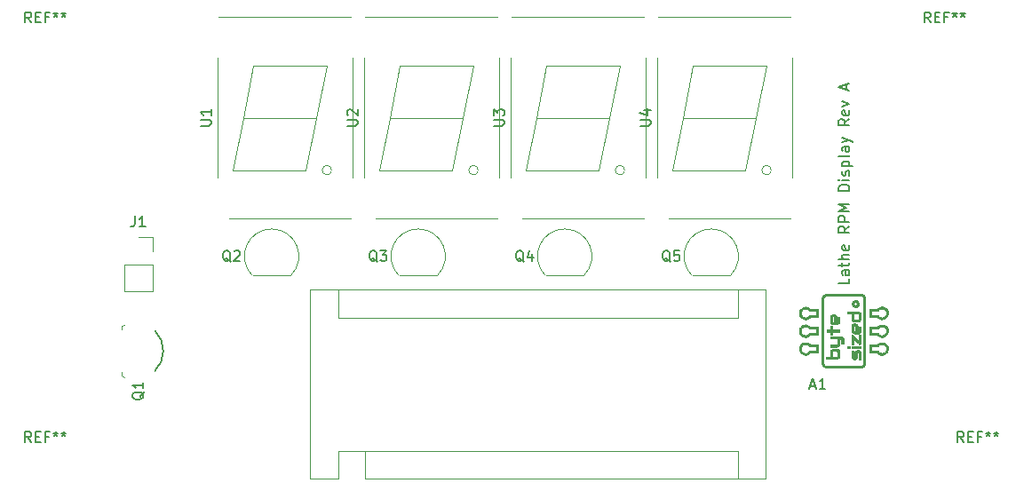
<source format=gbr>
G04 #@! TF.GenerationSoftware,KiCad,Pcbnew,(5.0.0)*
G04 #@! TF.CreationDate,2020-01-05T19:48:47-05:00*
G04 #@! TF.ProjectId,Lathe RPM Display,4C617468652052504D20446973706C61,A*
G04 #@! TF.SameCoordinates,Original*
G04 #@! TF.FileFunction,Legend,Top*
G04 #@! TF.FilePolarity,Positive*
%FSLAX46Y46*%
G04 Gerber Fmt 4.6, Leading zero omitted, Abs format (unit mm)*
G04 Created by KiCad (PCBNEW (5.0.0)) date 01/05/20 19:48:47*
%MOMM*%
%LPD*%
G01*
G04 APERTURE LIST*
%ADD10C,0.127000*%
%ADD11C,0.120000*%
%ADD12C,0.150000*%
%ADD13C,0.100000*%
%ADD14C,0.010000*%
G04 APERTURE END LIST*
D10*
X96979619Y-53424666D02*
X96979619Y-53908476D01*
X95963619Y-53908476D01*
X96979619Y-52650571D02*
X96447428Y-52650571D01*
X96350666Y-52698952D01*
X96302285Y-52795714D01*
X96302285Y-52989238D01*
X96350666Y-53086000D01*
X96931238Y-52650571D02*
X96979619Y-52747333D01*
X96979619Y-52989238D01*
X96931238Y-53086000D01*
X96834476Y-53134380D01*
X96737714Y-53134380D01*
X96640952Y-53086000D01*
X96592571Y-52989238D01*
X96592571Y-52747333D01*
X96544190Y-52650571D01*
X96302285Y-52311904D02*
X96302285Y-51924857D01*
X95963619Y-52166761D02*
X96834476Y-52166761D01*
X96931238Y-52118380D01*
X96979619Y-52021619D01*
X96979619Y-51924857D01*
X96979619Y-51586190D02*
X95963619Y-51586190D01*
X96979619Y-51150761D02*
X96447428Y-51150761D01*
X96350666Y-51199142D01*
X96302285Y-51295904D01*
X96302285Y-51441047D01*
X96350666Y-51537809D01*
X96399047Y-51586190D01*
X96931238Y-50279904D02*
X96979619Y-50376666D01*
X96979619Y-50570190D01*
X96931238Y-50666952D01*
X96834476Y-50715333D01*
X96447428Y-50715333D01*
X96350666Y-50666952D01*
X96302285Y-50570190D01*
X96302285Y-50376666D01*
X96350666Y-50279904D01*
X96447428Y-50231523D01*
X96544190Y-50231523D01*
X96640952Y-50715333D01*
X96979619Y-48441428D02*
X96495809Y-48780095D01*
X96979619Y-49022000D02*
X95963619Y-49022000D01*
X95963619Y-48634952D01*
X96012000Y-48538190D01*
X96060380Y-48489809D01*
X96157142Y-48441428D01*
X96302285Y-48441428D01*
X96399047Y-48489809D01*
X96447428Y-48538190D01*
X96495809Y-48634952D01*
X96495809Y-49022000D01*
X96979619Y-48006000D02*
X95963619Y-48006000D01*
X95963619Y-47618952D01*
X96012000Y-47522190D01*
X96060380Y-47473809D01*
X96157142Y-47425428D01*
X96302285Y-47425428D01*
X96399047Y-47473809D01*
X96447428Y-47522190D01*
X96495809Y-47618952D01*
X96495809Y-48006000D01*
X96979619Y-46990000D02*
X95963619Y-46990000D01*
X96689333Y-46651333D01*
X95963619Y-46312666D01*
X96979619Y-46312666D01*
X96979619Y-45054761D02*
X95963619Y-45054761D01*
X95963619Y-44812857D01*
X96012000Y-44667714D01*
X96108761Y-44570952D01*
X96205523Y-44522571D01*
X96399047Y-44474190D01*
X96544190Y-44474190D01*
X96737714Y-44522571D01*
X96834476Y-44570952D01*
X96931238Y-44667714D01*
X96979619Y-44812857D01*
X96979619Y-45054761D01*
X96979619Y-44038761D02*
X96302285Y-44038761D01*
X95963619Y-44038761D02*
X96012000Y-44087142D01*
X96060380Y-44038761D01*
X96012000Y-43990380D01*
X95963619Y-44038761D01*
X96060380Y-44038761D01*
X96931238Y-43603333D02*
X96979619Y-43506571D01*
X96979619Y-43313047D01*
X96931238Y-43216285D01*
X96834476Y-43167904D01*
X96786095Y-43167904D01*
X96689333Y-43216285D01*
X96640952Y-43313047D01*
X96640952Y-43458190D01*
X96592571Y-43554952D01*
X96495809Y-43603333D01*
X96447428Y-43603333D01*
X96350666Y-43554952D01*
X96302285Y-43458190D01*
X96302285Y-43313047D01*
X96350666Y-43216285D01*
X96302285Y-42732476D02*
X97318285Y-42732476D01*
X96350666Y-42732476D02*
X96302285Y-42635714D01*
X96302285Y-42442190D01*
X96350666Y-42345428D01*
X96399047Y-42297047D01*
X96495809Y-42248666D01*
X96786095Y-42248666D01*
X96882857Y-42297047D01*
X96931238Y-42345428D01*
X96979619Y-42442190D01*
X96979619Y-42635714D01*
X96931238Y-42732476D01*
X96979619Y-41668095D02*
X96931238Y-41764857D01*
X96834476Y-41813238D01*
X95963619Y-41813238D01*
X96979619Y-40845619D02*
X96447428Y-40845619D01*
X96350666Y-40894000D01*
X96302285Y-40990761D01*
X96302285Y-41184285D01*
X96350666Y-41281047D01*
X96931238Y-40845619D02*
X96979619Y-40942380D01*
X96979619Y-41184285D01*
X96931238Y-41281047D01*
X96834476Y-41329428D01*
X96737714Y-41329428D01*
X96640952Y-41281047D01*
X96592571Y-41184285D01*
X96592571Y-40942380D01*
X96544190Y-40845619D01*
X96302285Y-40458571D02*
X96979619Y-40216666D01*
X96302285Y-39974761D02*
X96979619Y-40216666D01*
X97221523Y-40313428D01*
X97269904Y-40361809D01*
X97318285Y-40458571D01*
X96979619Y-38233047D02*
X96495809Y-38571714D01*
X96979619Y-38813619D02*
X95963619Y-38813619D01*
X95963619Y-38426571D01*
X96012000Y-38329809D01*
X96060380Y-38281428D01*
X96157142Y-38233047D01*
X96302285Y-38233047D01*
X96399047Y-38281428D01*
X96447428Y-38329809D01*
X96495809Y-38426571D01*
X96495809Y-38813619D01*
X96931238Y-37410571D02*
X96979619Y-37507333D01*
X96979619Y-37700857D01*
X96931238Y-37797619D01*
X96834476Y-37846000D01*
X96447428Y-37846000D01*
X96350666Y-37797619D01*
X96302285Y-37700857D01*
X96302285Y-37507333D01*
X96350666Y-37410571D01*
X96447428Y-37362190D01*
X96544190Y-37362190D01*
X96640952Y-37846000D01*
X96302285Y-37023523D02*
X96979619Y-36781619D01*
X96302285Y-36539714D01*
X96689333Y-35426952D02*
X96689333Y-34943142D01*
X96979619Y-35523714D02*
X95963619Y-35185047D01*
X96979619Y-34846380D01*
D11*
G04 #@! TO.C,U3*
X64710000Y-43815000D02*
X64710000Y-32385000D01*
X77530000Y-43815000D02*
X77530000Y-32385000D01*
X65820000Y-47735000D02*
X77420000Y-47735000D01*
X77420000Y-28465000D02*
X64820000Y-28465000D01*
X68120000Y-33100000D02*
X67120000Y-38100000D01*
X67120000Y-38100000D02*
X66120000Y-43100000D01*
X66120000Y-43100000D02*
X73120000Y-43100000D01*
X73120000Y-43100000D02*
X74120000Y-38100000D01*
X75120000Y-33100000D02*
X74120000Y-38100000D01*
X74120000Y-38100000D02*
X67120000Y-38100000D01*
X68120000Y-33100000D02*
X75120000Y-33100000D01*
X75567214Y-43100000D02*
G75*
G03X75567214Y-43100000I-447214J0D01*
G01*
G04 #@! TO.C,U2*
X61597214Y-43100000D02*
G75*
G03X61597214Y-43100000I-447214J0D01*
G01*
X54150000Y-33100000D02*
X61150000Y-33100000D01*
X60150000Y-38100000D02*
X53150000Y-38100000D01*
X61150000Y-33100000D02*
X60150000Y-38100000D01*
X59150000Y-43100000D02*
X60150000Y-38100000D01*
X52150000Y-43100000D02*
X59150000Y-43100000D01*
X53150000Y-38100000D02*
X52150000Y-43100000D01*
X54150000Y-33100000D02*
X53150000Y-38100000D01*
X63450000Y-28465000D02*
X50850000Y-28465000D01*
X51850000Y-47735000D02*
X63450000Y-47735000D01*
X63560000Y-43815000D02*
X63560000Y-32385000D01*
X50740000Y-43815000D02*
X50740000Y-32385000D01*
G04 #@! TO.C,Q2*
X43748478Y-53146478D02*
G75*
G03X41910000Y-48708000I-1838478J1838478D01*
G01*
X40071522Y-53146478D02*
G75*
G02X41910000Y-48708000I1838478J1838478D01*
G01*
X40110000Y-53158000D02*
X43710000Y-53158000D01*
G04 #@! TO.C,A1*
X50800000Y-69850000D02*
X48260000Y-69850000D01*
X48260000Y-69850000D02*
X48260000Y-72520000D01*
X50800000Y-72520000D02*
X89030000Y-72520000D01*
X45590000Y-72520000D02*
X48260000Y-72520000D01*
X48260000Y-57150000D02*
X48260000Y-54480000D01*
X48260000Y-57150000D02*
X86360000Y-57150000D01*
X86360000Y-57150000D02*
X86360000Y-54480000D01*
X50800000Y-69850000D02*
X50800000Y-72520000D01*
X50800000Y-69850000D02*
X86360000Y-69850000D01*
X86360000Y-69850000D02*
X86360000Y-72520000D01*
X89030000Y-72520000D02*
X89030000Y-54480000D01*
X89030000Y-54480000D02*
X45590000Y-54480000D01*
X45590000Y-54480000D02*
X45590000Y-72520000D01*
D12*
G04 #@! TO.C,Q1*
X30760000Y-62275000D02*
G75*
G03X30810000Y-58425000I-1900000J1950000D01*
G01*
D13*
X27610000Y-62675000D02*
X27910000Y-62825000D01*
X27610000Y-62675000D02*
X27610000Y-62375000D01*
X27610000Y-58275000D02*
X27610000Y-57975000D01*
X27610000Y-57975000D02*
X27910000Y-57825000D01*
D11*
G04 #@! TO.C,Q3*
X54080000Y-53158000D02*
X57680000Y-53158000D01*
X54041522Y-53146478D02*
G75*
G02X55880000Y-48708000I1838478J1838478D01*
G01*
X57718478Y-53146478D02*
G75*
G03X55880000Y-48708000I-1838478J1838478D01*
G01*
G04 #@! TO.C,Q4*
X71688478Y-53146478D02*
G75*
G03X69850000Y-48708000I-1838478J1838478D01*
G01*
X68011522Y-53146478D02*
G75*
G02X69850000Y-48708000I1838478J1838478D01*
G01*
X68050000Y-53158000D02*
X71650000Y-53158000D01*
G04 #@! TO.C,Q5*
X82020000Y-53158000D02*
X85620000Y-53158000D01*
X81981522Y-53146478D02*
G75*
G02X83820000Y-48708000I1838478J1838478D01*
G01*
X85658478Y-53146478D02*
G75*
G03X83820000Y-48708000I-1838478J1838478D01*
G01*
G04 #@! TO.C,U1*
X36770000Y-43815000D02*
X36770000Y-32385000D01*
X49590000Y-43815000D02*
X49590000Y-32385000D01*
X37880000Y-47735000D02*
X49480000Y-47735000D01*
X49480000Y-28465000D02*
X36880000Y-28465000D01*
X40180000Y-33100000D02*
X39180000Y-38100000D01*
X39180000Y-38100000D02*
X38180000Y-43100000D01*
X38180000Y-43100000D02*
X45180000Y-43100000D01*
X45180000Y-43100000D02*
X46180000Y-38100000D01*
X47180000Y-33100000D02*
X46180000Y-38100000D01*
X46180000Y-38100000D02*
X39180000Y-38100000D01*
X40180000Y-33100000D02*
X47180000Y-33100000D01*
X47627214Y-43100000D02*
G75*
G03X47627214Y-43100000I-447214J0D01*
G01*
G04 #@! TO.C,U4*
X89537214Y-43100000D02*
G75*
G03X89537214Y-43100000I-447214J0D01*
G01*
X82090000Y-33100000D02*
X89090000Y-33100000D01*
X88090000Y-38100000D02*
X81090000Y-38100000D01*
X89090000Y-33100000D02*
X88090000Y-38100000D01*
X87090000Y-43100000D02*
X88090000Y-38100000D01*
X80090000Y-43100000D02*
X87090000Y-43100000D01*
X81090000Y-38100000D02*
X80090000Y-43100000D01*
X82090000Y-33100000D02*
X81090000Y-38100000D01*
X91390000Y-28465000D02*
X78790000Y-28465000D01*
X79790000Y-47735000D02*
X91390000Y-47735000D01*
X91500000Y-43815000D02*
X91500000Y-32385000D01*
X78680000Y-43815000D02*
X78680000Y-32385000D01*
G04 #@! TO.C,J1*
X27880000Y-52070000D02*
X30540000Y-52070000D01*
X27880000Y-52070000D02*
X27880000Y-54670000D01*
X27880000Y-54670000D02*
X30540000Y-54670000D01*
X30540000Y-52070000D02*
X30540000Y-54670000D01*
X30540000Y-49470000D02*
X30540000Y-50800000D01*
X29210000Y-49470000D02*
X30540000Y-49470000D01*
D14*
G04 #@! TO.C,G\002A\002A\002A*
G36*
X95153114Y-57252057D02*
X95153502Y-57191325D01*
X95154330Y-57144164D01*
X95155746Y-57108122D01*
X95157900Y-57080749D01*
X95160938Y-57059594D01*
X95165011Y-57042207D01*
X95170265Y-57026135D01*
X95171565Y-57022614D01*
X95204630Y-56958753D01*
X95250526Y-56907623D01*
X95307699Y-56870363D01*
X95374595Y-56848113D01*
X95417006Y-56842550D01*
X95493168Y-56845849D01*
X95562733Y-56865206D01*
X95623780Y-56899640D01*
X95674391Y-56948167D01*
X95701669Y-56988364D01*
X95730291Y-57039164D01*
X95733167Y-57277000D01*
X95736044Y-57514836D01*
X95540945Y-57514836D01*
X95540945Y-57316856D01*
X95540543Y-57256837D01*
X95539420Y-57201914D01*
X95537699Y-57155191D01*
X95535504Y-57119772D01*
X95532959Y-57098761D01*
X95532121Y-57095666D01*
X95512117Y-57066530D01*
X95481453Y-57047838D01*
X95445344Y-57040584D01*
X95409003Y-57045763D01*
X95377643Y-57064368D01*
X95376060Y-57065906D01*
X95351600Y-57090349D01*
X95348814Y-57313383D01*
X95348174Y-57394712D01*
X95348537Y-57458828D01*
X95349945Y-57506965D01*
X95352437Y-57540357D01*
X95356056Y-57560239D01*
X95357042Y-57563008D01*
X95365597Y-57579953D01*
X95377019Y-57592920D01*
X95393691Y-57602431D01*
X95417996Y-57609007D01*
X95452317Y-57613170D01*
X95499034Y-57615439D01*
X95560532Y-57616338D01*
X95601233Y-57616436D01*
X95782512Y-57616436D01*
X95836509Y-57562439D01*
X95836509Y-57136146D01*
X96039709Y-57136146D01*
X96039066Y-57350891D01*
X96038524Y-57427193D01*
X96037321Y-57487411D01*
X96035321Y-57533923D01*
X96032392Y-57569110D01*
X96028398Y-57595352D01*
X96024400Y-57611334D01*
X95994938Y-57677105D01*
X95950965Y-57733271D01*
X95894923Y-57777241D01*
X95845745Y-57800911D01*
X95822425Y-57805984D01*
X95784348Y-57810307D01*
X95735220Y-57813793D01*
X95678743Y-57816357D01*
X95618624Y-57817916D01*
X95558566Y-57818383D01*
X95502273Y-57817674D01*
X95453450Y-57815703D01*
X95415802Y-57812386D01*
X95406572Y-57811000D01*
X95332044Y-57790980D01*
X95270238Y-57758657D01*
X95219536Y-57713343D01*
X95201377Y-57691805D01*
X95186853Y-57671330D01*
X95175560Y-57649583D01*
X95167095Y-57624227D01*
X95161053Y-57592927D01*
X95157031Y-57553349D01*
X95154623Y-57503155D01*
X95153427Y-57440011D01*
X95153038Y-57361581D01*
X95153018Y-57328810D01*
X95153114Y-57252057D01*
X95153114Y-57252057D01*
G37*
X95153114Y-57252057D02*
X95153502Y-57191325D01*
X95154330Y-57144164D01*
X95155746Y-57108122D01*
X95157900Y-57080749D01*
X95160938Y-57059594D01*
X95165011Y-57042207D01*
X95170265Y-57026135D01*
X95171565Y-57022614D01*
X95204630Y-56958753D01*
X95250526Y-56907623D01*
X95307699Y-56870363D01*
X95374595Y-56848113D01*
X95417006Y-56842550D01*
X95493168Y-56845849D01*
X95562733Y-56865206D01*
X95623780Y-56899640D01*
X95674391Y-56948167D01*
X95701669Y-56988364D01*
X95730291Y-57039164D01*
X95733167Y-57277000D01*
X95736044Y-57514836D01*
X95540945Y-57514836D01*
X95540945Y-57316856D01*
X95540543Y-57256837D01*
X95539420Y-57201914D01*
X95537699Y-57155191D01*
X95535504Y-57119772D01*
X95532959Y-57098761D01*
X95532121Y-57095666D01*
X95512117Y-57066530D01*
X95481453Y-57047838D01*
X95445344Y-57040584D01*
X95409003Y-57045763D01*
X95377643Y-57064368D01*
X95376060Y-57065906D01*
X95351600Y-57090349D01*
X95348814Y-57313383D01*
X95348174Y-57394712D01*
X95348537Y-57458828D01*
X95349945Y-57506965D01*
X95352437Y-57540357D01*
X95356056Y-57560239D01*
X95357042Y-57563008D01*
X95365597Y-57579953D01*
X95377019Y-57592920D01*
X95393691Y-57602431D01*
X95417996Y-57609007D01*
X95452317Y-57613170D01*
X95499034Y-57615439D01*
X95560532Y-57616338D01*
X95601233Y-57616436D01*
X95782512Y-57616436D01*
X95836509Y-57562439D01*
X95836509Y-57136146D01*
X96039709Y-57136146D01*
X96039066Y-57350891D01*
X96038524Y-57427193D01*
X96037321Y-57487411D01*
X96035321Y-57533923D01*
X96032392Y-57569110D01*
X96028398Y-57595352D01*
X96024400Y-57611334D01*
X95994938Y-57677105D01*
X95950965Y-57733271D01*
X95894923Y-57777241D01*
X95845745Y-57800911D01*
X95822425Y-57805984D01*
X95784348Y-57810307D01*
X95735220Y-57813793D01*
X95678743Y-57816357D01*
X95618624Y-57817916D01*
X95558566Y-57818383D01*
X95502273Y-57817674D01*
X95453450Y-57815703D01*
X95415802Y-57812386D01*
X95406572Y-57811000D01*
X95332044Y-57790980D01*
X95270238Y-57758657D01*
X95219536Y-57713343D01*
X95201377Y-57691805D01*
X95186853Y-57671330D01*
X95175560Y-57649583D01*
X95167095Y-57624227D01*
X95161053Y-57592927D01*
X95157031Y-57553349D01*
X95154623Y-57503155D01*
X95153427Y-57440011D01*
X95153038Y-57361581D01*
X95153018Y-57328810D01*
X95153114Y-57252057D01*
G36*
X95153018Y-58318400D02*
X95153018Y-57939709D01*
X95356218Y-57939709D01*
X95356218Y-58318400D01*
X96039709Y-58318400D01*
X96039709Y-58530836D01*
X95356218Y-58530836D01*
X95356218Y-58807927D01*
X95153018Y-58807927D01*
X95153018Y-58530836D01*
X94857454Y-58530836D01*
X94857454Y-58318400D01*
X95153018Y-58318400D01*
X95153018Y-58318400D01*
G37*
X95153018Y-58318400D02*
X95153018Y-57939709D01*
X95356218Y-57939709D01*
X95356218Y-58318400D01*
X96039709Y-58318400D01*
X96039709Y-58530836D01*
X95356218Y-58530836D01*
X95356218Y-58807927D01*
X95153018Y-58807927D01*
X95153018Y-58530836D01*
X94857454Y-58530836D01*
X94857454Y-58318400D01*
X95153018Y-58318400D01*
G36*
X95467865Y-59738948D02*
X95782711Y-59736182D01*
X95804992Y-59710267D01*
X95812119Y-59701551D01*
X95817537Y-59692484D01*
X95821479Y-59680565D01*
X95824182Y-59663292D01*
X95825878Y-59638164D01*
X95826802Y-59602679D01*
X95827188Y-59554337D01*
X95827272Y-59490635D01*
X95827273Y-59472431D01*
X95827273Y-59260509D01*
X96039709Y-59260509D01*
X96038781Y-59475255D01*
X96038166Y-59538568D01*
X96036952Y-59597577D01*
X96035257Y-59649136D01*
X96033193Y-59690095D01*
X96030878Y-59717306D01*
X96029659Y-59724780D01*
X96005511Y-59789724D01*
X95965129Y-59846776D01*
X95944562Y-59867432D01*
X95925282Y-59885285D01*
X95908578Y-59899912D01*
X95892441Y-59911649D01*
X95874860Y-59920831D01*
X95853826Y-59927795D01*
X95827328Y-59932875D01*
X95793356Y-59936407D01*
X95749900Y-59938726D01*
X95694950Y-59940167D01*
X95626495Y-59941067D01*
X95542526Y-59941761D01*
X95497073Y-59942111D01*
X95153018Y-59944841D01*
X95153018Y-59741713D01*
X95467865Y-59738948D01*
X95467865Y-59738948D01*
G37*
X95467865Y-59738948D02*
X95782711Y-59736182D01*
X95804992Y-59710267D01*
X95812119Y-59701551D01*
X95817537Y-59692484D01*
X95821479Y-59680565D01*
X95824182Y-59663292D01*
X95825878Y-59638164D01*
X95826802Y-59602679D01*
X95827188Y-59554337D01*
X95827272Y-59490635D01*
X95827273Y-59472431D01*
X95827273Y-59260509D01*
X96039709Y-59260509D01*
X96038781Y-59475255D01*
X96038166Y-59538568D01*
X96036952Y-59597577D01*
X96035257Y-59649136D01*
X96033193Y-59690095D01*
X96030878Y-59717306D01*
X96029659Y-59724780D01*
X96005511Y-59789724D01*
X95965129Y-59846776D01*
X95944562Y-59867432D01*
X95925282Y-59885285D01*
X95908578Y-59899912D01*
X95892441Y-59911649D01*
X95874860Y-59920831D01*
X95853826Y-59927795D01*
X95827328Y-59932875D01*
X95793356Y-59936407D01*
X95749900Y-59938726D01*
X95694950Y-59940167D01*
X95626495Y-59941067D01*
X95542526Y-59941761D01*
X95497073Y-59942111D01*
X95153018Y-59944841D01*
X95153018Y-59741713D01*
X95467865Y-59738948D01*
G36*
X95781930Y-60904582D02*
X95804602Y-60881911D01*
X95827273Y-60859240D01*
X95826979Y-60625602D01*
X95826788Y-60550956D01*
X95826192Y-60492546D01*
X95824839Y-60448135D01*
X95822379Y-60415487D01*
X95818459Y-60392365D01*
X95812730Y-60376533D01*
X95804839Y-60365752D01*
X95794435Y-60357788D01*
X95784007Y-60351909D01*
X95767389Y-60348048D01*
X95736050Y-60345014D01*
X95693700Y-60342814D01*
X95644049Y-60341456D01*
X95590806Y-60340947D01*
X95537682Y-60341294D01*
X95488388Y-60342505D01*
X95446632Y-60344587D01*
X95416125Y-60347547D01*
X95401011Y-60351144D01*
X95387158Y-60360910D01*
X95376412Y-60375062D01*
X95368400Y-60395813D01*
X95362752Y-60425378D01*
X95359095Y-60465970D01*
X95357057Y-60519803D01*
X95356268Y-60589090D01*
X95356218Y-60617958D01*
X95356218Y-60812218D01*
X95153018Y-60812218D01*
X95153018Y-60590892D01*
X95153146Y-60519817D01*
X95153656Y-60464484D01*
X95154737Y-60422164D01*
X95156578Y-60390126D01*
X95159366Y-60365642D01*
X95163293Y-60345980D01*
X95168545Y-60328413D01*
X95171799Y-60319370D01*
X95203880Y-60258550D01*
X95250095Y-60205594D01*
X95306431Y-60164919D01*
X95317292Y-60159264D01*
X95370073Y-60133346D01*
X95587127Y-60133346D01*
X95656607Y-60133438D01*
X95710398Y-60133861D01*
X95751280Y-60134835D01*
X95782036Y-60136581D01*
X95805449Y-60139317D01*
X95824301Y-60143265D01*
X95841374Y-60148644D01*
X95857023Y-60154691D01*
X95910716Y-60184254D01*
X95960020Y-60225846D01*
X95999430Y-60274325D01*
X96014953Y-60302190D01*
X96020899Y-60315986D01*
X96025576Y-60330213D01*
X96029158Y-60347253D01*
X96031819Y-60369484D01*
X96033735Y-60399286D01*
X96035081Y-60439040D01*
X96036030Y-60491125D01*
X96036759Y-60557921D01*
X96037149Y-60604400D01*
X96037664Y-60681706D01*
X96037753Y-60743044D01*
X96037289Y-60790915D01*
X96036144Y-60827821D01*
X96034189Y-60856264D01*
X96031299Y-60878745D01*
X96027345Y-60897766D01*
X96022198Y-60915830D01*
X96021084Y-60919333D01*
X95991955Y-60981270D01*
X95948284Y-61036008D01*
X95893791Y-61079142D01*
X95879212Y-61087437D01*
X95831891Y-61112400D01*
X95303109Y-61114998D01*
X94774327Y-61117597D01*
X94774327Y-60904582D01*
X95781930Y-60904582D01*
X95781930Y-60904582D01*
G37*
X95781930Y-60904582D02*
X95804602Y-60881911D01*
X95827273Y-60859240D01*
X95826979Y-60625602D01*
X95826788Y-60550956D01*
X95826192Y-60492546D01*
X95824839Y-60448135D01*
X95822379Y-60415487D01*
X95818459Y-60392365D01*
X95812730Y-60376533D01*
X95804839Y-60365752D01*
X95794435Y-60357788D01*
X95784007Y-60351909D01*
X95767389Y-60348048D01*
X95736050Y-60345014D01*
X95693700Y-60342814D01*
X95644049Y-60341456D01*
X95590806Y-60340947D01*
X95537682Y-60341294D01*
X95488388Y-60342505D01*
X95446632Y-60344587D01*
X95416125Y-60347547D01*
X95401011Y-60351144D01*
X95387158Y-60360910D01*
X95376412Y-60375062D01*
X95368400Y-60395813D01*
X95362752Y-60425378D01*
X95359095Y-60465970D01*
X95357057Y-60519803D01*
X95356268Y-60589090D01*
X95356218Y-60617958D01*
X95356218Y-60812218D01*
X95153018Y-60812218D01*
X95153018Y-60590892D01*
X95153146Y-60519817D01*
X95153656Y-60464484D01*
X95154737Y-60422164D01*
X95156578Y-60390126D01*
X95159366Y-60365642D01*
X95163293Y-60345980D01*
X95168545Y-60328413D01*
X95171799Y-60319370D01*
X95203880Y-60258550D01*
X95250095Y-60205594D01*
X95306431Y-60164919D01*
X95317292Y-60159264D01*
X95370073Y-60133346D01*
X95587127Y-60133346D01*
X95656607Y-60133438D01*
X95710398Y-60133861D01*
X95751280Y-60134835D01*
X95782036Y-60136581D01*
X95805449Y-60139317D01*
X95824301Y-60143265D01*
X95841374Y-60148644D01*
X95857023Y-60154691D01*
X95910716Y-60184254D01*
X95960020Y-60225846D01*
X95999430Y-60274325D01*
X96014953Y-60302190D01*
X96020899Y-60315986D01*
X96025576Y-60330213D01*
X96029158Y-60347253D01*
X96031819Y-60369484D01*
X96033735Y-60399286D01*
X96035081Y-60439040D01*
X96036030Y-60491125D01*
X96036759Y-60557921D01*
X96037149Y-60604400D01*
X96037664Y-60681706D01*
X96037753Y-60743044D01*
X96037289Y-60790915D01*
X96036144Y-60827821D01*
X96034189Y-60856264D01*
X96031299Y-60878745D01*
X96027345Y-60897766D01*
X96022198Y-60915830D01*
X96021084Y-60919333D01*
X95991955Y-60981270D01*
X95948284Y-61036008D01*
X95893791Y-61079142D01*
X95879212Y-61087437D01*
X95831891Y-61112400D01*
X95303109Y-61114998D01*
X94774327Y-61117597D01*
X94774327Y-60904582D01*
X95781930Y-60904582D01*
G36*
X95635618Y-58955779D02*
X95746875Y-58955990D01*
X95848571Y-58956572D01*
X95939354Y-58957502D01*
X96017873Y-58958755D01*
X96082775Y-58960306D01*
X96132709Y-58962132D01*
X96166323Y-58964208D01*
X96177976Y-58965544D01*
X96237575Y-58980925D01*
X96292288Y-59005698D01*
X96336624Y-59037117D01*
X96351367Y-59052266D01*
X96368825Y-59076787D01*
X96388065Y-59109510D01*
X96399094Y-59131200D01*
X96406451Y-59147347D01*
X96412155Y-59162417D01*
X96416452Y-59179013D01*
X96419585Y-59199732D01*
X96421803Y-59227175D01*
X96423348Y-59263942D01*
X96424468Y-59312632D01*
X96425406Y-59375845D01*
X96425904Y-59415218D01*
X96428789Y-59648436D01*
X96215200Y-59648436D01*
X96215200Y-59435393D01*
X96214815Y-59370593D01*
X96213726Y-59312972D01*
X96212035Y-59265102D01*
X96209844Y-59229556D01*
X96207252Y-59208908D01*
X96206158Y-59205455D01*
X96201094Y-59197602D01*
X96194013Y-59190932D01*
X96183474Y-59185348D01*
X96168034Y-59180755D01*
X96146252Y-59177057D01*
X96116688Y-59174157D01*
X96077898Y-59171960D01*
X96028441Y-59170369D01*
X95966876Y-59169289D01*
X95891762Y-59168624D01*
X95801655Y-59168278D01*
X95695116Y-59168154D01*
X95645785Y-59168146D01*
X95153018Y-59168146D01*
X95153018Y-58955709D01*
X95635618Y-58955779D01*
X95635618Y-58955779D01*
G37*
X95635618Y-58955779D02*
X95746875Y-58955990D01*
X95848571Y-58956572D01*
X95939354Y-58957502D01*
X96017873Y-58958755D01*
X96082775Y-58960306D01*
X96132709Y-58962132D01*
X96166323Y-58964208D01*
X96177976Y-58965544D01*
X96237575Y-58980925D01*
X96292288Y-59005698D01*
X96336624Y-59037117D01*
X96351367Y-59052266D01*
X96368825Y-59076787D01*
X96388065Y-59109510D01*
X96399094Y-59131200D01*
X96406451Y-59147347D01*
X96412155Y-59162417D01*
X96416452Y-59179013D01*
X96419585Y-59199732D01*
X96421803Y-59227175D01*
X96423348Y-59263942D01*
X96424468Y-59312632D01*
X96425406Y-59375845D01*
X96425904Y-59415218D01*
X96428789Y-59648436D01*
X96215200Y-59648436D01*
X96215200Y-59435393D01*
X96214815Y-59370593D01*
X96213726Y-59312972D01*
X96212035Y-59265102D01*
X96209844Y-59229556D01*
X96207252Y-59208908D01*
X96206158Y-59205455D01*
X96201094Y-59197602D01*
X96194013Y-59190932D01*
X96183474Y-59185348D01*
X96168034Y-59180755D01*
X96146252Y-59177057D01*
X96116688Y-59174157D01*
X96077898Y-59171960D01*
X96028441Y-59170369D01*
X95966876Y-59169289D01*
X95891762Y-59168624D01*
X95801655Y-59168278D01*
X95695116Y-59168154D01*
X95645785Y-59168146D01*
X95153018Y-59168146D01*
X95153018Y-58955709D01*
X95635618Y-58955779D01*
G36*
X97000291Y-59879346D02*
X97000291Y-60091782D01*
X96806327Y-60091782D01*
X96806327Y-59879346D01*
X97000291Y-59879346D01*
X97000291Y-59879346D01*
G37*
X97000291Y-59879346D02*
X97000291Y-60091782D01*
X96806327Y-60091782D01*
X96806327Y-59879346D01*
X97000291Y-59879346D01*
G36*
X97245355Y-55734300D02*
X97278913Y-55666368D01*
X97327373Y-55606719D01*
X97383607Y-55559067D01*
X97441905Y-55528072D01*
X97506310Y-55512025D01*
X97559091Y-55508766D01*
X97630448Y-55515050D01*
X97692768Y-55535044D01*
X97750094Y-55570455D01*
X97790808Y-55606719D01*
X97841262Y-55668871D01*
X97874292Y-55736693D01*
X97889672Y-55809504D01*
X97887172Y-55886621D01*
X97886272Y-55892465D01*
X97866542Y-55959646D01*
X97831360Y-56022992D01*
X97783748Y-56078812D01*
X97726728Y-56123414D01*
X97676824Y-56148366D01*
X97606750Y-56165865D01*
X97570321Y-56166875D01*
X97570321Y-55991741D01*
X97616813Y-55979458D01*
X97659120Y-55952929D01*
X97690489Y-55917669D01*
X97706046Y-55884911D01*
X97711426Y-55844600D01*
X97711491Y-55838436D01*
X97707264Y-55796559D01*
X97693140Y-55763286D01*
X97690489Y-55759204D01*
X97653770Y-55718068D01*
X97610061Y-55693858D01*
X97559091Y-55686036D01*
X97507534Y-55694056D01*
X97463917Y-55718472D01*
X97427692Y-55759204D01*
X97408683Y-55802760D01*
X97405787Y-55849667D01*
X97418069Y-55896158D01*
X97444598Y-55938466D01*
X97479858Y-55969835D01*
X97523414Y-55988844D01*
X97570321Y-55991741D01*
X97570321Y-56166875D01*
X97532434Y-56167927D01*
X97459746Y-56154571D01*
X97439018Y-56147517D01*
X97384113Y-56118384D01*
X97331934Y-56075910D01*
X97287332Y-56024953D01*
X97255156Y-55970371D01*
X97250284Y-55958509D01*
X97230670Y-55882062D01*
X97229151Y-55806762D01*
X97245355Y-55734300D01*
X97245355Y-55734300D01*
G37*
X97245355Y-55734300D02*
X97278913Y-55666368D01*
X97327373Y-55606719D01*
X97383607Y-55559067D01*
X97441905Y-55528072D01*
X97506310Y-55512025D01*
X97559091Y-55508766D01*
X97630448Y-55515050D01*
X97692768Y-55535044D01*
X97750094Y-55570455D01*
X97790808Y-55606719D01*
X97841262Y-55668871D01*
X97874292Y-55736693D01*
X97889672Y-55809504D01*
X97887172Y-55886621D01*
X97886272Y-55892465D01*
X97866542Y-55959646D01*
X97831360Y-56022992D01*
X97783748Y-56078812D01*
X97726728Y-56123414D01*
X97676824Y-56148366D01*
X97606750Y-56165865D01*
X97570321Y-56166875D01*
X97570321Y-55991741D01*
X97616813Y-55979458D01*
X97659120Y-55952929D01*
X97690489Y-55917669D01*
X97706046Y-55884911D01*
X97711426Y-55844600D01*
X97711491Y-55838436D01*
X97707264Y-55796559D01*
X97693140Y-55763286D01*
X97690489Y-55759204D01*
X97653770Y-55718068D01*
X97610061Y-55693858D01*
X97559091Y-55686036D01*
X97507534Y-55694056D01*
X97463917Y-55718472D01*
X97427692Y-55759204D01*
X97408683Y-55802760D01*
X97405787Y-55849667D01*
X97418069Y-55896158D01*
X97444598Y-55938466D01*
X97479858Y-55969835D01*
X97523414Y-55988844D01*
X97570321Y-55991741D01*
X97570321Y-56166875D01*
X97532434Y-56167927D01*
X97459746Y-56154571D01*
X97439018Y-56147517D01*
X97384113Y-56118384D01*
X97331934Y-56075910D01*
X97287332Y-56024953D01*
X97255156Y-55970371D01*
X97250284Y-55958509D01*
X97230670Y-55882062D01*
X97229151Y-55806762D01*
X97245355Y-55734300D01*
G36*
X97335776Y-56574747D02*
X97865225Y-56577346D01*
X97919712Y-56605219D01*
X97976061Y-56643263D01*
X98008041Y-56677867D01*
X98025378Y-56701826D01*
X98039258Y-56724503D01*
X98050063Y-56748277D01*
X98058175Y-56775527D01*
X98063975Y-56808633D01*
X98067845Y-56849974D01*
X98070166Y-56901929D01*
X98071320Y-56966876D01*
X98071688Y-57047196D01*
X98071702Y-57074861D01*
X98071694Y-57334727D01*
X98045437Y-57390230D01*
X98006641Y-57451480D01*
X97954438Y-57500106D01*
X97916516Y-57523142D01*
X97884605Y-57536856D01*
X97847979Y-57547137D01*
X97803970Y-57554283D01*
X97749911Y-57558593D01*
X97683134Y-57560366D01*
X97600970Y-57559900D01*
X97589942Y-57559708D01*
X97410907Y-57556400D01*
X97349333Y-57526084D01*
X97299877Y-57497403D01*
X97262434Y-57464145D01*
X97231951Y-57421079D01*
X97213560Y-57385527D01*
X97206203Y-57369381D01*
X97200499Y-57354310D01*
X97196203Y-57337715D01*
X97193069Y-57316996D01*
X97190852Y-57289553D01*
X97189306Y-57252786D01*
X97188187Y-57204096D01*
X97187248Y-57140882D01*
X97186751Y-57101509D01*
X97183865Y-56868291D01*
X97397454Y-56868291D01*
X97397454Y-57084322D01*
X97397556Y-57153518D01*
X97397982Y-57206673D01*
X97398911Y-57246220D01*
X97400526Y-57274591D01*
X97403006Y-57294217D01*
X97406532Y-57307531D01*
X97411285Y-57316964D01*
X97415111Y-57322159D01*
X97421421Y-57329398D01*
X97428708Y-57334827D01*
X97439511Y-57338705D01*
X97456365Y-57341293D01*
X97481809Y-57342853D01*
X97518379Y-57343644D01*
X97568612Y-57343927D01*
X97627291Y-57343964D01*
X97697430Y-57344363D01*
X97752205Y-57344218D01*
X97793529Y-57341521D01*
X97823317Y-57334258D01*
X97843484Y-57320420D01*
X97855945Y-57297996D01*
X97862612Y-57264975D01*
X97865403Y-57219346D01*
X97866229Y-57159098D01*
X97866854Y-57092352D01*
X97867742Y-57015049D01*
X97867834Y-56953973D01*
X97866923Y-56906886D01*
X97864803Y-56871550D01*
X97861270Y-56845727D01*
X97856119Y-56827182D01*
X97849142Y-56813676D01*
X97840285Y-56803121D01*
X97835829Y-56799241D01*
X97829867Y-56795963D01*
X97820911Y-56793237D01*
X97807472Y-56791013D01*
X97788059Y-56789239D01*
X97761186Y-56787865D01*
X97725362Y-56786840D01*
X97679099Y-56786112D01*
X97620907Y-56785632D01*
X97549299Y-56785348D01*
X97462784Y-56785210D01*
X97359875Y-56785166D01*
X97314327Y-56785164D01*
X96806327Y-56785164D01*
X96806327Y-56572149D01*
X97335776Y-56574747D01*
X97335776Y-56574747D01*
G37*
X97335776Y-56574747D02*
X97865225Y-56577346D01*
X97919712Y-56605219D01*
X97976061Y-56643263D01*
X98008041Y-56677867D01*
X98025378Y-56701826D01*
X98039258Y-56724503D01*
X98050063Y-56748277D01*
X98058175Y-56775527D01*
X98063975Y-56808633D01*
X98067845Y-56849974D01*
X98070166Y-56901929D01*
X98071320Y-56966876D01*
X98071688Y-57047196D01*
X98071702Y-57074861D01*
X98071694Y-57334727D01*
X98045437Y-57390230D01*
X98006641Y-57451480D01*
X97954438Y-57500106D01*
X97916516Y-57523142D01*
X97884605Y-57536856D01*
X97847979Y-57547137D01*
X97803970Y-57554283D01*
X97749911Y-57558593D01*
X97683134Y-57560366D01*
X97600970Y-57559900D01*
X97589942Y-57559708D01*
X97410907Y-57556400D01*
X97349333Y-57526084D01*
X97299877Y-57497403D01*
X97262434Y-57464145D01*
X97231951Y-57421079D01*
X97213560Y-57385527D01*
X97206203Y-57369381D01*
X97200499Y-57354310D01*
X97196203Y-57337715D01*
X97193069Y-57316996D01*
X97190852Y-57289553D01*
X97189306Y-57252786D01*
X97188187Y-57204096D01*
X97187248Y-57140882D01*
X97186751Y-57101509D01*
X97183865Y-56868291D01*
X97397454Y-56868291D01*
X97397454Y-57084322D01*
X97397556Y-57153518D01*
X97397982Y-57206673D01*
X97398911Y-57246220D01*
X97400526Y-57274591D01*
X97403006Y-57294217D01*
X97406532Y-57307531D01*
X97411285Y-57316964D01*
X97415111Y-57322159D01*
X97421421Y-57329398D01*
X97428708Y-57334827D01*
X97439511Y-57338705D01*
X97456365Y-57341293D01*
X97481809Y-57342853D01*
X97518379Y-57343644D01*
X97568612Y-57343927D01*
X97627291Y-57343964D01*
X97697430Y-57344363D01*
X97752205Y-57344218D01*
X97793529Y-57341521D01*
X97823317Y-57334258D01*
X97843484Y-57320420D01*
X97855945Y-57297996D01*
X97862612Y-57264975D01*
X97865403Y-57219346D01*
X97866229Y-57159098D01*
X97866854Y-57092352D01*
X97867742Y-57015049D01*
X97867834Y-56953973D01*
X97866923Y-56906886D01*
X97864803Y-56871550D01*
X97861270Y-56845727D01*
X97856119Y-56827182D01*
X97849142Y-56813676D01*
X97840285Y-56803121D01*
X97835829Y-56799241D01*
X97829867Y-56795963D01*
X97820911Y-56793237D01*
X97807472Y-56791013D01*
X97788059Y-56789239D01*
X97761186Y-56787865D01*
X97725362Y-56786840D01*
X97679099Y-56786112D01*
X97620907Y-56785632D01*
X97549299Y-56785348D01*
X97462784Y-56785210D01*
X97359875Y-56785166D01*
X97314327Y-56785164D01*
X96806327Y-56785164D01*
X96806327Y-56572149D01*
X97335776Y-56574747D01*
G36*
X97189678Y-58110878D02*
X97189908Y-58048811D01*
X97190487Y-58000567D01*
X97191574Y-57963819D01*
X97193328Y-57936241D01*
X97195908Y-57915509D01*
X97199474Y-57899297D01*
X97204184Y-57885279D01*
X97210199Y-57871130D01*
X97211635Y-57867942D01*
X97240561Y-57820675D01*
X97281346Y-57775971D01*
X97328574Y-57738810D01*
X97376830Y-57714172D01*
X97380067Y-57713058D01*
X97445268Y-57700306D01*
X97513635Y-57702560D01*
X97580678Y-57718685D01*
X97641908Y-57747547D01*
X97692836Y-57788011D01*
X97697851Y-57793381D01*
X97718953Y-57817630D01*
X97735590Y-57840038D01*
X97748331Y-57863216D01*
X97757745Y-57889772D01*
X97764400Y-57922317D01*
X97768864Y-57963459D01*
X97771708Y-58015809D01*
X97773500Y-58081976D01*
X97774537Y-58145218D01*
X97777799Y-58373818D01*
X97572945Y-58373818D01*
X97572945Y-58170011D01*
X97572713Y-58098314D01*
X97571790Y-58042687D01*
X97569837Y-58000733D01*
X97566512Y-57970052D01*
X97561477Y-57948246D01*
X97554391Y-57932917D01*
X97544914Y-57921665D01*
X97536800Y-57915023D01*
X97505902Y-57901668D01*
X97469890Y-57899733D01*
X97434997Y-57908170D01*
X97407450Y-57925933D01*
X97398198Y-57938320D01*
X97394744Y-57954481D01*
X97391983Y-57988203D01*
X97389952Y-58038586D01*
X97388686Y-58104732D01*
X97388220Y-58185740D01*
X97388218Y-58191492D01*
X97388218Y-58426016D01*
X97412030Y-58448408D01*
X97420822Y-58456103D01*
X97430346Y-58461848D01*
X97443338Y-58465981D01*
X97462540Y-58468839D01*
X97490688Y-58470762D01*
X97530522Y-58472088D01*
X97584780Y-58473155D01*
X97616579Y-58473671D01*
X97694248Y-58474289D01*
X97753840Y-58473376D01*
X97795691Y-58470921D01*
X97820133Y-58466909D01*
X97823028Y-58465892D01*
X97839583Y-58457319D01*
X97852466Y-58445478D01*
X97862126Y-58428152D01*
X97869010Y-58403121D01*
X97873566Y-58368164D01*
X97876241Y-58321065D01*
X97877482Y-58259602D01*
X97877745Y-58194622D01*
X97877745Y-57995127D01*
X98071709Y-57995127D01*
X98070915Y-58219109D01*
X98070409Y-58282849D01*
X98069413Y-58341469D01*
X98068019Y-58392100D01*
X98066319Y-58431876D01*
X98064402Y-58457927D01*
X98063072Y-58466182D01*
X98034064Y-58530762D01*
X97990120Y-58587812D01*
X97934331Y-58633822D01*
X97897349Y-58654259D01*
X97882594Y-58660567D01*
X97867378Y-58665371D01*
X97849031Y-58668874D01*
X97824880Y-58671278D01*
X97792256Y-58672786D01*
X97748485Y-58673601D01*
X97690898Y-58673925D01*
X97637600Y-58673968D01*
X97568007Y-58673859D01*
X97514114Y-58673412D01*
X97473151Y-58672412D01*
X97442343Y-58670644D01*
X97418921Y-58667892D01*
X97400113Y-58663941D01*
X97383145Y-58658576D01*
X97369012Y-58653112D01*
X97303636Y-58617672D01*
X97251573Y-58569816D01*
X97215599Y-58514435D01*
X97189636Y-58461564D01*
X97189636Y-58189091D01*
X97189678Y-58110878D01*
X97189678Y-58110878D01*
G37*
X97189678Y-58110878D02*
X97189908Y-58048811D01*
X97190487Y-58000567D01*
X97191574Y-57963819D01*
X97193328Y-57936241D01*
X97195908Y-57915509D01*
X97199474Y-57899297D01*
X97204184Y-57885279D01*
X97210199Y-57871130D01*
X97211635Y-57867942D01*
X97240561Y-57820675D01*
X97281346Y-57775971D01*
X97328574Y-57738810D01*
X97376830Y-57714172D01*
X97380067Y-57713058D01*
X97445268Y-57700306D01*
X97513635Y-57702560D01*
X97580678Y-57718685D01*
X97641908Y-57747547D01*
X97692836Y-57788011D01*
X97697851Y-57793381D01*
X97718953Y-57817630D01*
X97735590Y-57840038D01*
X97748331Y-57863216D01*
X97757745Y-57889772D01*
X97764400Y-57922317D01*
X97768864Y-57963459D01*
X97771708Y-58015809D01*
X97773500Y-58081976D01*
X97774537Y-58145218D01*
X97777799Y-58373818D01*
X97572945Y-58373818D01*
X97572945Y-58170011D01*
X97572713Y-58098314D01*
X97571790Y-58042687D01*
X97569837Y-58000733D01*
X97566512Y-57970052D01*
X97561477Y-57948246D01*
X97554391Y-57932917D01*
X97544914Y-57921665D01*
X97536800Y-57915023D01*
X97505902Y-57901668D01*
X97469890Y-57899733D01*
X97434997Y-57908170D01*
X97407450Y-57925933D01*
X97398198Y-57938320D01*
X97394744Y-57954481D01*
X97391983Y-57988203D01*
X97389952Y-58038586D01*
X97388686Y-58104732D01*
X97388220Y-58185740D01*
X97388218Y-58191492D01*
X97388218Y-58426016D01*
X97412030Y-58448408D01*
X97420822Y-58456103D01*
X97430346Y-58461848D01*
X97443338Y-58465981D01*
X97462540Y-58468839D01*
X97490688Y-58470762D01*
X97530522Y-58472088D01*
X97584780Y-58473155D01*
X97616579Y-58473671D01*
X97694248Y-58474289D01*
X97753840Y-58473376D01*
X97795691Y-58470921D01*
X97820133Y-58466909D01*
X97823028Y-58465892D01*
X97839583Y-58457319D01*
X97852466Y-58445478D01*
X97862126Y-58428152D01*
X97869010Y-58403121D01*
X97873566Y-58368164D01*
X97876241Y-58321065D01*
X97877482Y-58259602D01*
X97877745Y-58194622D01*
X97877745Y-57995127D01*
X98071709Y-57995127D01*
X98070915Y-58219109D01*
X98070409Y-58282849D01*
X98069413Y-58341469D01*
X98068019Y-58392100D01*
X98066319Y-58431876D01*
X98064402Y-58457927D01*
X98063072Y-58466182D01*
X98034064Y-58530762D01*
X97990120Y-58587812D01*
X97934331Y-58633822D01*
X97897349Y-58654259D01*
X97882594Y-58660567D01*
X97867378Y-58665371D01*
X97849031Y-58668874D01*
X97824880Y-58671278D01*
X97792256Y-58672786D01*
X97748485Y-58673601D01*
X97690898Y-58673925D01*
X97637600Y-58673968D01*
X97568007Y-58673859D01*
X97514114Y-58673412D01*
X97473151Y-58672412D01*
X97442343Y-58670644D01*
X97418921Y-58667892D01*
X97400113Y-58663941D01*
X97383145Y-58658576D01*
X97369012Y-58653112D01*
X97303636Y-58617672D01*
X97251573Y-58569816D01*
X97215599Y-58514435D01*
X97189636Y-58461564D01*
X97189636Y-58189091D01*
X97189678Y-58110878D01*
G36*
X97208411Y-58864671D02*
X97242435Y-58835544D01*
X97280254Y-58822755D01*
X97318880Y-58827201D01*
X97325081Y-58829635D01*
X97338841Y-58839305D01*
X97364003Y-58860812D01*
X97399079Y-58892758D01*
X97442585Y-58933743D01*
X97493033Y-58982369D01*
X97548939Y-59037238D01*
X97605208Y-59093326D01*
X97661032Y-59149194D01*
X97712859Y-59200722D01*
X97759232Y-59246486D01*
X97798694Y-59285063D01*
X97829787Y-59315029D01*
X97851055Y-59334961D01*
X97861039Y-59343437D01*
X97861518Y-59343636D01*
X97863328Y-59334790D01*
X97864964Y-59309807D01*
X97866363Y-59271027D01*
X97867461Y-59220784D01*
X97868196Y-59161416D01*
X97868504Y-59095260D01*
X97868509Y-59085018D01*
X97868509Y-58826400D01*
X98071709Y-58826400D01*
X98071709Y-59646483D01*
X98045406Y-59674640D01*
X98009378Y-59702327D01*
X97970030Y-59711887D01*
X97944709Y-59708852D01*
X97930594Y-59700244D01*
X97904184Y-59678495D01*
X97865828Y-59643930D01*
X97815875Y-59596875D01*
X97754675Y-59537654D01*
X97682579Y-59466593D01*
X97658382Y-59442521D01*
X97397454Y-59182433D01*
X97397454Y-59703855D01*
X97185018Y-59703855D01*
X97185018Y-58892472D01*
X97208411Y-58864671D01*
X97208411Y-58864671D01*
G37*
X97208411Y-58864671D02*
X97242435Y-58835544D01*
X97280254Y-58822755D01*
X97318880Y-58827201D01*
X97325081Y-58829635D01*
X97338841Y-58839305D01*
X97364003Y-58860812D01*
X97399079Y-58892758D01*
X97442585Y-58933743D01*
X97493033Y-58982369D01*
X97548939Y-59037238D01*
X97605208Y-59093326D01*
X97661032Y-59149194D01*
X97712859Y-59200722D01*
X97759232Y-59246486D01*
X97798694Y-59285063D01*
X97829787Y-59315029D01*
X97851055Y-59334961D01*
X97861039Y-59343437D01*
X97861518Y-59343636D01*
X97863328Y-59334790D01*
X97864964Y-59309807D01*
X97866363Y-59271027D01*
X97867461Y-59220784D01*
X97868196Y-59161416D01*
X97868504Y-59095260D01*
X97868509Y-59085018D01*
X97868509Y-58826400D01*
X98071709Y-58826400D01*
X98071709Y-59646483D01*
X98045406Y-59674640D01*
X98009378Y-59702327D01*
X97970030Y-59711887D01*
X97944709Y-59708852D01*
X97930594Y-59700244D01*
X97904184Y-59678495D01*
X97865828Y-59643930D01*
X97815875Y-59596875D01*
X97754675Y-59537654D01*
X97682579Y-59466593D01*
X97658382Y-59442521D01*
X97397454Y-59182433D01*
X97397454Y-59703855D01*
X97185018Y-59703855D01*
X97185018Y-58892472D01*
X97208411Y-58864671D01*
G36*
X98071709Y-59879346D02*
X98071709Y-60091782D01*
X97185018Y-60091782D01*
X97185018Y-59879346D01*
X98071709Y-59879346D01*
X98071709Y-59879346D01*
G37*
X98071709Y-59879346D02*
X98071709Y-60091782D01*
X97185018Y-60091782D01*
X97185018Y-59879346D01*
X98071709Y-59879346D01*
G36*
X97397454Y-60359636D02*
X97397454Y-60631354D01*
X97397639Y-60700942D01*
X97398162Y-60764935D01*
X97398975Y-60820885D01*
X97400030Y-60866349D01*
X97401279Y-60898878D01*
X97402674Y-60916027D01*
X97403061Y-60917681D01*
X97415607Y-60928315D01*
X97436757Y-60932116D01*
X97457794Y-60928677D01*
X97468491Y-60920746D01*
X97470747Y-60908624D01*
X97473110Y-60880702D01*
X97475447Y-60839650D01*
X97477620Y-60788139D01*
X97479495Y-60728839D01*
X97480582Y-60682909D01*
X97482095Y-60612179D01*
X97483565Y-60557312D01*
X97485257Y-60515702D01*
X97487436Y-60484741D01*
X97490369Y-60461822D01*
X97494320Y-60444338D01*
X97499555Y-60429683D01*
X97506339Y-60415249D01*
X97508204Y-60411575D01*
X97546168Y-60356148D01*
X97595606Y-60312457D01*
X97653548Y-60280888D01*
X97717022Y-60261823D01*
X97783060Y-60255647D01*
X97848692Y-60262744D01*
X97910947Y-60283498D01*
X97966856Y-60318293D01*
X97998048Y-60348235D01*
X98016280Y-60369618D01*
X98031230Y-60389732D01*
X98043222Y-60410625D01*
X98052581Y-60434349D01*
X98059633Y-60462952D01*
X98064704Y-60498483D01*
X98068117Y-60542993D01*
X98070198Y-60598530D01*
X98071272Y-60667145D01*
X98071665Y-60750887D01*
X98071709Y-60812565D01*
X98071709Y-61135491D01*
X97868509Y-61135491D01*
X97868495Y-60837618D01*
X97868402Y-60754248D01*
X97868065Y-60687277D01*
X97867383Y-60634635D01*
X97866254Y-60594249D01*
X97864576Y-60564046D01*
X97862249Y-60541956D01*
X97859170Y-60525905D01*
X97855239Y-60513822D01*
X97852331Y-60507418D01*
X97828850Y-60478159D01*
X97796781Y-60464361D01*
X97758569Y-60466670D01*
X97733694Y-60476065D01*
X97705622Y-60495341D01*
X97691848Y-60516655D01*
X97689994Y-60532390D01*
X97688268Y-60563590D01*
X97686764Y-60607249D01*
X97685576Y-60660359D01*
X97684800Y-60719912D01*
X97684612Y-60747564D01*
X97684192Y-60815238D01*
X97683507Y-60867233D01*
X97682310Y-60906340D01*
X97680349Y-60935351D01*
X97677376Y-60957060D01*
X97673140Y-60974259D01*
X97667392Y-60989740D01*
X97661857Y-61002077D01*
X97627623Y-61056368D01*
X97583572Y-61097263D01*
X97532381Y-61124970D01*
X97476728Y-61139697D01*
X97419293Y-61141652D01*
X97362753Y-61131045D01*
X97309787Y-61108084D01*
X97263073Y-61072976D01*
X97225288Y-61025930D01*
X97199113Y-60967155D01*
X97198782Y-60966049D01*
X97194618Y-60948172D01*
X97191333Y-60924356D01*
X97188838Y-60892524D01*
X97187047Y-60850605D01*
X97185871Y-60796524D01*
X97185224Y-60728207D01*
X97185018Y-60643581D01*
X97185018Y-60359636D01*
X97397454Y-60359636D01*
X97397454Y-60359636D01*
G37*
X97397454Y-60359636D02*
X97397454Y-60631354D01*
X97397639Y-60700942D01*
X97398162Y-60764935D01*
X97398975Y-60820885D01*
X97400030Y-60866349D01*
X97401279Y-60898878D01*
X97402674Y-60916027D01*
X97403061Y-60917681D01*
X97415607Y-60928315D01*
X97436757Y-60932116D01*
X97457794Y-60928677D01*
X97468491Y-60920746D01*
X97470747Y-60908624D01*
X97473110Y-60880702D01*
X97475447Y-60839650D01*
X97477620Y-60788139D01*
X97479495Y-60728839D01*
X97480582Y-60682909D01*
X97482095Y-60612179D01*
X97483565Y-60557312D01*
X97485257Y-60515702D01*
X97487436Y-60484741D01*
X97490369Y-60461822D01*
X97494320Y-60444338D01*
X97499555Y-60429683D01*
X97506339Y-60415249D01*
X97508204Y-60411575D01*
X97546168Y-60356148D01*
X97595606Y-60312457D01*
X97653548Y-60280888D01*
X97717022Y-60261823D01*
X97783060Y-60255647D01*
X97848692Y-60262744D01*
X97910947Y-60283498D01*
X97966856Y-60318293D01*
X97998048Y-60348235D01*
X98016280Y-60369618D01*
X98031230Y-60389732D01*
X98043222Y-60410625D01*
X98052581Y-60434349D01*
X98059633Y-60462952D01*
X98064704Y-60498483D01*
X98068117Y-60542993D01*
X98070198Y-60598530D01*
X98071272Y-60667145D01*
X98071665Y-60750887D01*
X98071709Y-60812565D01*
X98071709Y-61135491D01*
X97868509Y-61135491D01*
X97868495Y-60837618D01*
X97868402Y-60754248D01*
X97868065Y-60687277D01*
X97867383Y-60634635D01*
X97866254Y-60594249D01*
X97864576Y-60564046D01*
X97862249Y-60541956D01*
X97859170Y-60525905D01*
X97855239Y-60513822D01*
X97852331Y-60507418D01*
X97828850Y-60478159D01*
X97796781Y-60464361D01*
X97758569Y-60466670D01*
X97733694Y-60476065D01*
X97705622Y-60495341D01*
X97691848Y-60516655D01*
X97689994Y-60532390D01*
X97688268Y-60563590D01*
X97686764Y-60607249D01*
X97685576Y-60660359D01*
X97684800Y-60719912D01*
X97684612Y-60747564D01*
X97684192Y-60815238D01*
X97683507Y-60867233D01*
X97682310Y-60906340D01*
X97680349Y-60935351D01*
X97677376Y-60957060D01*
X97673140Y-60974259D01*
X97667392Y-60989740D01*
X97661857Y-61002077D01*
X97627623Y-61056368D01*
X97583572Y-61097263D01*
X97532381Y-61124970D01*
X97476728Y-61139697D01*
X97419293Y-61141652D01*
X97362753Y-61131045D01*
X97309787Y-61108084D01*
X97263073Y-61072976D01*
X97225288Y-61025930D01*
X97199113Y-60967155D01*
X97198782Y-60966049D01*
X97194618Y-60948172D01*
X97191333Y-60924356D01*
X97188838Y-60892524D01*
X97187047Y-60850605D01*
X97185871Y-60796524D01*
X97185224Y-60728207D01*
X97185018Y-60643581D01*
X97185018Y-60359636D01*
X97397454Y-60359636D01*
G36*
X92197185Y-56632559D02*
X92219536Y-56539353D01*
X92256108Y-56452080D01*
X92305512Y-56372098D01*
X92366362Y-56300763D01*
X92437273Y-56239432D01*
X92516858Y-56189463D01*
X92603730Y-56152211D01*
X92696504Y-56129035D01*
X92793792Y-56121290D01*
X92894208Y-56130334D01*
X92913200Y-56133994D01*
X92977833Y-56152892D01*
X93046155Y-56181983D01*
X93111408Y-56217864D01*
X93166834Y-56257132D01*
X93179484Y-56268099D01*
X93229826Y-56314109D01*
X93970764Y-56314109D01*
X93970764Y-57126909D01*
X93239901Y-57126909D01*
X93194397Y-57166164D01*
X93112226Y-57228162D01*
X93028067Y-57273084D01*
X92938592Y-57302280D01*
X92840471Y-57317099D01*
X92818395Y-57318514D01*
X92784928Y-57317834D01*
X92784928Y-57145684D01*
X92865676Y-57138436D01*
X92944642Y-57115250D01*
X93019630Y-57076145D01*
X93088448Y-57021135D01*
X93099388Y-57010190D01*
X93156267Y-56951418D01*
X93795273Y-56951418D01*
X93795273Y-56489600D01*
X93474309Y-56489481D01*
X93153345Y-56489361D01*
X93095617Y-56430712D01*
X93027413Y-56373489D01*
X92952745Y-56332383D01*
X92873791Y-56307417D01*
X92792728Y-56298615D01*
X92711731Y-56306000D01*
X92632977Y-56329595D01*
X92558644Y-56369425D01*
X92492206Y-56424207D01*
X92436894Y-56491727D01*
X92397687Y-56566063D01*
X92374602Y-56644953D01*
X92367654Y-56726137D01*
X92376859Y-56807352D01*
X92402233Y-56886338D01*
X92443793Y-56960835D01*
X92488016Y-57014959D01*
X92553943Y-57071632D01*
X92626867Y-57112299D01*
X92704594Y-57136977D01*
X92784928Y-57145684D01*
X92784928Y-57317834D01*
X92715638Y-57316425D01*
X92621473Y-57298792D01*
X92534032Y-57264890D01*
X92451452Y-57213996D01*
X92371865Y-57145388D01*
X92371860Y-57145382D01*
X92305386Y-57070687D01*
X92255495Y-56993163D01*
X92220305Y-56909362D01*
X92200685Y-56831346D01*
X92190439Y-56730343D01*
X92197185Y-56632559D01*
X92197185Y-56632559D01*
G37*
X92197185Y-56632559D02*
X92219536Y-56539353D01*
X92256108Y-56452080D01*
X92305512Y-56372098D01*
X92366362Y-56300763D01*
X92437273Y-56239432D01*
X92516858Y-56189463D01*
X92603730Y-56152211D01*
X92696504Y-56129035D01*
X92793792Y-56121290D01*
X92894208Y-56130334D01*
X92913200Y-56133994D01*
X92977833Y-56152892D01*
X93046155Y-56181983D01*
X93111408Y-56217864D01*
X93166834Y-56257132D01*
X93179484Y-56268099D01*
X93229826Y-56314109D01*
X93970764Y-56314109D01*
X93970764Y-57126909D01*
X93239901Y-57126909D01*
X93194397Y-57166164D01*
X93112226Y-57228162D01*
X93028067Y-57273084D01*
X92938592Y-57302280D01*
X92840471Y-57317099D01*
X92818395Y-57318514D01*
X92784928Y-57317834D01*
X92784928Y-57145684D01*
X92865676Y-57138436D01*
X92944642Y-57115250D01*
X93019630Y-57076145D01*
X93088448Y-57021135D01*
X93099388Y-57010190D01*
X93156267Y-56951418D01*
X93795273Y-56951418D01*
X93795273Y-56489600D01*
X93474309Y-56489481D01*
X93153345Y-56489361D01*
X93095617Y-56430712D01*
X93027413Y-56373489D01*
X92952745Y-56332383D01*
X92873791Y-56307417D01*
X92792728Y-56298615D01*
X92711731Y-56306000D01*
X92632977Y-56329595D01*
X92558644Y-56369425D01*
X92492206Y-56424207D01*
X92436894Y-56491727D01*
X92397687Y-56566063D01*
X92374602Y-56644953D01*
X92367654Y-56726137D01*
X92376859Y-56807352D01*
X92402233Y-56886338D01*
X92443793Y-56960835D01*
X92488016Y-57014959D01*
X92553943Y-57071632D01*
X92626867Y-57112299D01*
X92704594Y-57136977D01*
X92784928Y-57145684D01*
X92784928Y-57317834D01*
X92715638Y-57316425D01*
X92621473Y-57298792D01*
X92534032Y-57264890D01*
X92451452Y-57213996D01*
X92371865Y-57145388D01*
X92371860Y-57145382D01*
X92305386Y-57070687D01*
X92255495Y-56993163D01*
X92220305Y-56909362D01*
X92200685Y-56831346D01*
X92190439Y-56730343D01*
X92197185Y-56632559D01*
G36*
X92206921Y-58283307D02*
X92241170Y-58182084D01*
X92254541Y-58152664D01*
X92296375Y-58082475D01*
X92351843Y-58014438D01*
X92416296Y-57953347D01*
X92485083Y-57903992D01*
X92508643Y-57890732D01*
X92606168Y-57849845D01*
X92706485Y-57826638D01*
X92807749Y-57820911D01*
X92908113Y-57832464D01*
X93005732Y-57861096D01*
X93098759Y-57906608D01*
X93179030Y-57963487D01*
X93239405Y-58013600D01*
X93970764Y-58013600D01*
X93970764Y-58826400D01*
X93239405Y-58826400D01*
X93179030Y-58876514D01*
X93091886Y-58937443D01*
X92998445Y-58981678D01*
X92900552Y-59009018D01*
X92800054Y-59019264D01*
X92766549Y-59016932D01*
X92766549Y-58842540D01*
X92849908Y-58838912D01*
X92931134Y-58818453D01*
X93008091Y-58781542D01*
X93078642Y-58728559D01*
X93098206Y-58709621D01*
X93155490Y-58650909D01*
X93795273Y-58650909D01*
X93795273Y-58189091D01*
X93155490Y-58189091D01*
X93098206Y-58130379D01*
X93031375Y-58073697D01*
X92959001Y-58033186D01*
X92883078Y-58008230D01*
X92805602Y-57998213D01*
X92728566Y-58002516D01*
X92653966Y-58020524D01*
X92583795Y-58051619D01*
X92520049Y-58095184D01*
X92464721Y-58150603D01*
X92419807Y-58217258D01*
X92387300Y-58294533D01*
X92372981Y-58354701D01*
X92367917Y-58438193D01*
X92380023Y-58520120D01*
X92408016Y-58598003D01*
X92450616Y-58669363D01*
X92506542Y-58731723D01*
X92574512Y-58782603D01*
X92601984Y-58797783D01*
X92683195Y-58828957D01*
X92766549Y-58842540D01*
X92766549Y-59016932D01*
X92698798Y-59012214D01*
X92598628Y-58987669D01*
X92508643Y-58949268D01*
X92439440Y-58904999D01*
X92372991Y-58847362D01*
X92313945Y-58781149D01*
X92266952Y-58711154D01*
X92254541Y-58687336D01*
X92214944Y-58585973D01*
X92193808Y-58485008D01*
X92191134Y-58384201D01*
X92206921Y-58283307D01*
X92206921Y-58283307D01*
G37*
X92206921Y-58283307D02*
X92241170Y-58182084D01*
X92254541Y-58152664D01*
X92296375Y-58082475D01*
X92351843Y-58014438D01*
X92416296Y-57953347D01*
X92485083Y-57903992D01*
X92508643Y-57890732D01*
X92606168Y-57849845D01*
X92706485Y-57826638D01*
X92807749Y-57820911D01*
X92908113Y-57832464D01*
X93005732Y-57861096D01*
X93098759Y-57906608D01*
X93179030Y-57963487D01*
X93239405Y-58013600D01*
X93970764Y-58013600D01*
X93970764Y-58826400D01*
X93239405Y-58826400D01*
X93179030Y-58876514D01*
X93091886Y-58937443D01*
X92998445Y-58981678D01*
X92900552Y-59009018D01*
X92800054Y-59019264D01*
X92766549Y-59016932D01*
X92766549Y-58842540D01*
X92849908Y-58838912D01*
X92931134Y-58818453D01*
X93008091Y-58781542D01*
X93078642Y-58728559D01*
X93098206Y-58709621D01*
X93155490Y-58650909D01*
X93795273Y-58650909D01*
X93795273Y-58189091D01*
X93155490Y-58189091D01*
X93098206Y-58130379D01*
X93031375Y-58073697D01*
X92959001Y-58033186D01*
X92883078Y-58008230D01*
X92805602Y-57998213D01*
X92728566Y-58002516D01*
X92653966Y-58020524D01*
X92583795Y-58051619D01*
X92520049Y-58095184D01*
X92464721Y-58150603D01*
X92419807Y-58217258D01*
X92387300Y-58294533D01*
X92372981Y-58354701D01*
X92367917Y-58438193D01*
X92380023Y-58520120D01*
X92408016Y-58598003D01*
X92450616Y-58669363D01*
X92506542Y-58731723D01*
X92574512Y-58782603D01*
X92601984Y-58797783D01*
X92683195Y-58828957D01*
X92766549Y-58842540D01*
X92766549Y-59016932D01*
X92698798Y-59012214D01*
X92598628Y-58987669D01*
X92508643Y-58949268D01*
X92439440Y-58904999D01*
X92372991Y-58847362D01*
X92313945Y-58781149D01*
X92266952Y-58711154D01*
X92254541Y-58687336D01*
X92214944Y-58585973D01*
X92193808Y-58485008D01*
X92191134Y-58384201D01*
X92206921Y-58283307D01*
G36*
X92197417Y-60027704D02*
X92200685Y-60008655D01*
X92226719Y-59912584D01*
X92267581Y-59825537D01*
X92324603Y-59745041D01*
X92367357Y-59698628D01*
X92417403Y-59651620D01*
X92463491Y-59615743D01*
X92512041Y-59586850D01*
X92569474Y-59560790D01*
X92597966Y-59549625D01*
X92627737Y-59539032D01*
X92654232Y-59531888D01*
X92682455Y-59527509D01*
X92717408Y-59525210D01*
X92764094Y-59524308D01*
X92783891Y-59524197D01*
X92839372Y-59524588D01*
X92881618Y-59526615D01*
X92915835Y-59530839D01*
X92947229Y-59537821D01*
X92968618Y-59544115D01*
X93043834Y-59574691D01*
X93120175Y-59618235D01*
X93191019Y-59670943D01*
X93194397Y-59673836D01*
X93239901Y-59713091D01*
X93970764Y-59713091D01*
X93970764Y-60525891D01*
X93229826Y-60525891D01*
X93179484Y-60571901D01*
X93127955Y-60611505D01*
X93064737Y-60648660D01*
X92996586Y-60679962D01*
X92930261Y-60702010D01*
X92913200Y-60706006D01*
X92812353Y-60718337D01*
X92794386Y-60717473D01*
X92794386Y-60541368D01*
X92875428Y-60532236D01*
X92954317Y-60506941D01*
X93028874Y-60465506D01*
X93095617Y-60409288D01*
X93153345Y-60350639D01*
X93474309Y-60350520D01*
X93795273Y-60350400D01*
X93795273Y-59888582D01*
X93156267Y-59888582D01*
X93099388Y-59829810D01*
X93031840Y-59772096D01*
X92957746Y-59730282D01*
X92879302Y-59704386D01*
X92798703Y-59694424D01*
X92718143Y-59700414D01*
X92639818Y-59722372D01*
X92565921Y-59760317D01*
X92498649Y-59814264D01*
X92488016Y-59825041D01*
X92433675Y-59894400D01*
X92395532Y-59970032D01*
X92373571Y-60049677D01*
X92367776Y-60131074D01*
X92378131Y-60211961D01*
X92404620Y-60290079D01*
X92447226Y-60363165D01*
X92492206Y-60415794D01*
X92560100Y-60471549D01*
X92634545Y-60511048D01*
X92713366Y-60534313D01*
X92794386Y-60541368D01*
X92794386Y-60717473D01*
X92714375Y-60713625D01*
X92620654Y-60693228D01*
X92532574Y-60658503D01*
X92451522Y-60610806D01*
X92378886Y-60551494D01*
X92316051Y-60481925D01*
X92264403Y-60403455D01*
X92225329Y-60317441D01*
X92200216Y-60225240D01*
X92190450Y-60128209D01*
X92197417Y-60027704D01*
X92197417Y-60027704D01*
G37*
X92197417Y-60027704D02*
X92200685Y-60008655D01*
X92226719Y-59912584D01*
X92267581Y-59825537D01*
X92324603Y-59745041D01*
X92367357Y-59698628D01*
X92417403Y-59651620D01*
X92463491Y-59615743D01*
X92512041Y-59586850D01*
X92569474Y-59560790D01*
X92597966Y-59549625D01*
X92627737Y-59539032D01*
X92654232Y-59531888D01*
X92682455Y-59527509D01*
X92717408Y-59525210D01*
X92764094Y-59524308D01*
X92783891Y-59524197D01*
X92839372Y-59524588D01*
X92881618Y-59526615D01*
X92915835Y-59530839D01*
X92947229Y-59537821D01*
X92968618Y-59544115D01*
X93043834Y-59574691D01*
X93120175Y-59618235D01*
X93191019Y-59670943D01*
X93194397Y-59673836D01*
X93239901Y-59713091D01*
X93970764Y-59713091D01*
X93970764Y-60525891D01*
X93229826Y-60525891D01*
X93179484Y-60571901D01*
X93127955Y-60611505D01*
X93064737Y-60648660D01*
X92996586Y-60679962D01*
X92930261Y-60702010D01*
X92913200Y-60706006D01*
X92812353Y-60718337D01*
X92794386Y-60717473D01*
X92794386Y-60541368D01*
X92875428Y-60532236D01*
X92954317Y-60506941D01*
X93028874Y-60465506D01*
X93095617Y-60409288D01*
X93153345Y-60350639D01*
X93474309Y-60350520D01*
X93795273Y-60350400D01*
X93795273Y-59888582D01*
X93156267Y-59888582D01*
X93099388Y-59829810D01*
X93031840Y-59772096D01*
X92957746Y-59730282D01*
X92879302Y-59704386D01*
X92798703Y-59694424D01*
X92718143Y-59700414D01*
X92639818Y-59722372D01*
X92565921Y-59760317D01*
X92498649Y-59814264D01*
X92488016Y-59825041D01*
X92433675Y-59894400D01*
X92395532Y-59970032D01*
X92373571Y-60049677D01*
X92367776Y-60131074D01*
X92378131Y-60211961D01*
X92404620Y-60290079D01*
X92447226Y-60363165D01*
X92492206Y-60415794D01*
X92560100Y-60471549D01*
X92634545Y-60511048D01*
X92713366Y-60534313D01*
X92794386Y-60541368D01*
X92794386Y-60717473D01*
X92714375Y-60713625D01*
X92620654Y-60693228D01*
X92532574Y-60658503D01*
X92451522Y-60610806D01*
X92378886Y-60551494D01*
X92316051Y-60481925D01*
X92264403Y-60403455D01*
X92225329Y-60317441D01*
X92200216Y-60225240D01*
X92190450Y-60128209D01*
X92197417Y-60027704D01*
G36*
X94392879Y-55157176D02*
X94438469Y-55082044D01*
X94497994Y-55018468D01*
X94569733Y-54968196D01*
X94588430Y-54958377D01*
X94657911Y-54924036D01*
X96413301Y-54921583D01*
X96624805Y-54921290D01*
X96818638Y-54921033D01*
X96995599Y-54920817D01*
X97156491Y-54920651D01*
X97302114Y-54920542D01*
X97433269Y-54920496D01*
X97550757Y-54920521D01*
X97655379Y-54920624D01*
X97747936Y-54920812D01*
X97829228Y-54921092D01*
X97900058Y-54921470D01*
X97961225Y-54921956D01*
X98013530Y-54922554D01*
X98057776Y-54923273D01*
X98094761Y-54924119D01*
X98125289Y-54925100D01*
X98150159Y-54926223D01*
X98170172Y-54927494D01*
X98186129Y-54928922D01*
X98198832Y-54930512D01*
X98209081Y-54932272D01*
X98217677Y-54934210D01*
X98225422Y-54936331D01*
X98229921Y-54937674D01*
X98303995Y-54969554D01*
X98370612Y-55017253D01*
X98427918Y-55078987D01*
X98474056Y-55152972D01*
X98489744Y-55187484D01*
X98510436Y-55238073D01*
X98512171Y-58401527D01*
X98512323Y-58693146D01*
X98512447Y-58966848D01*
X98512542Y-59223190D01*
X98512605Y-59462728D01*
X98512635Y-59686018D01*
X98512629Y-59893616D01*
X98512586Y-60086079D01*
X98512503Y-60263963D01*
X98512379Y-60427824D01*
X98512211Y-60578218D01*
X98511998Y-60715702D01*
X98511738Y-60840831D01*
X98511428Y-60954163D01*
X98511067Y-61056253D01*
X98510653Y-61147657D01*
X98510184Y-61228932D01*
X98509657Y-61300634D01*
X98509071Y-61363319D01*
X98508424Y-61417543D01*
X98507714Y-61463863D01*
X98506939Y-61502834D01*
X98506097Y-61535014D01*
X98505186Y-61560957D01*
X98504203Y-61581222D01*
X98503148Y-61596363D01*
X98502017Y-61606936D01*
X98500810Y-61613499D01*
X98500768Y-61613656D01*
X98470159Y-61694616D01*
X98425468Y-61766029D01*
X98368495Y-61825977D01*
X98301037Y-61872543D01*
X98229921Y-61902326D01*
X98222304Y-61904560D01*
X98214308Y-61906606D01*
X98205132Y-61908470D01*
X98193975Y-61910159D01*
X98180037Y-61911682D01*
X98162516Y-61913045D01*
X98140612Y-61914254D01*
X98113523Y-61915318D01*
X98080450Y-61916243D01*
X98040589Y-61917037D01*
X97993142Y-61917705D01*
X97937306Y-61918257D01*
X97872281Y-61918697D01*
X97797266Y-61919035D01*
X97711460Y-61919276D01*
X97614062Y-61919428D01*
X97504271Y-61919498D01*
X97381286Y-61919494D01*
X97244306Y-61919421D01*
X97092530Y-61919288D01*
X96925158Y-61919101D01*
X96741388Y-61918867D01*
X96540419Y-61918594D01*
X96413301Y-61918417D01*
X96366016Y-61918351D01*
X96366016Y-61745918D01*
X96522763Y-61745828D01*
X96678892Y-61745643D01*
X96833281Y-61745362D01*
X96984813Y-61744988D01*
X97132366Y-61744520D01*
X97274821Y-61743958D01*
X97411058Y-61743305D01*
X97539957Y-61742559D01*
X97660400Y-61741723D01*
X97771265Y-61740796D01*
X97871432Y-61739779D01*
X97959784Y-61738672D01*
X98035198Y-61737478D01*
X98096556Y-61736195D01*
X98142738Y-61734824D01*
X98172624Y-61733367D01*
X98184873Y-61731913D01*
X98240363Y-61702655D01*
X98285395Y-61659293D01*
X98317916Y-61604171D01*
X98330931Y-61564982D01*
X98331447Y-61553721D01*
X98331946Y-61524667D01*
X98332424Y-61478497D01*
X98332882Y-61415893D01*
X98333319Y-61337531D01*
X98333732Y-61244093D01*
X98334121Y-61136255D01*
X98334485Y-61014699D01*
X98334822Y-60880102D01*
X98335132Y-60733144D01*
X98335412Y-60574503D01*
X98335663Y-60404860D01*
X98335883Y-60224892D01*
X98336071Y-60035279D01*
X98336225Y-59836700D01*
X98336344Y-59629834D01*
X98336428Y-59415361D01*
X98336474Y-59193958D01*
X98336483Y-58966305D01*
X98336452Y-58733082D01*
X98336381Y-58494967D01*
X98336343Y-58401527D01*
X98334945Y-55265782D01*
X98309680Y-55217864D01*
X98271963Y-55164882D01*
X98222521Y-55125584D01*
X98184873Y-55108087D01*
X98171392Y-55106549D01*
X98140559Y-55105096D01*
X98093492Y-55103731D01*
X98031312Y-55102453D01*
X97955139Y-55101263D01*
X97866093Y-55100162D01*
X97765292Y-55099150D01*
X97653858Y-55098228D01*
X97532910Y-55097397D01*
X97403567Y-55096656D01*
X97266950Y-55096008D01*
X97124178Y-55095452D01*
X96976371Y-55094989D01*
X96824648Y-55094620D01*
X96670131Y-55094345D01*
X96513938Y-55094165D01*
X96357189Y-55094080D01*
X96201004Y-55094092D01*
X96046504Y-55094200D01*
X95894806Y-55094406D01*
X95747033Y-55094710D01*
X95604302Y-55095113D01*
X95467734Y-55095614D01*
X95338450Y-55096216D01*
X95217568Y-55096919D01*
X95106208Y-55097722D01*
X95005491Y-55098627D01*
X94916535Y-55099635D01*
X94840462Y-55100745D01*
X94778390Y-55101960D01*
X94731439Y-55103278D01*
X94700730Y-55104702D01*
X94687653Y-55106142D01*
X94652252Y-55123456D01*
X94614905Y-55152613D01*
X94580806Y-55188420D01*
X94555150Y-55225682D01*
X94545414Y-55248381D01*
X94544342Y-55261192D01*
X94543318Y-55291651D01*
X94542344Y-55338933D01*
X94541419Y-55402214D01*
X94540542Y-55480667D01*
X94539715Y-55573469D01*
X94538936Y-55679795D01*
X94538207Y-55798820D01*
X94537526Y-55929719D01*
X94536894Y-56071667D01*
X94536312Y-56223840D01*
X94535778Y-56385412D01*
X94535293Y-56555559D01*
X94534858Y-56733456D01*
X94534471Y-56918277D01*
X94534133Y-57109200D01*
X94533845Y-57305398D01*
X94533605Y-57506046D01*
X94533414Y-57710320D01*
X94533272Y-57917395D01*
X94533179Y-58126447D01*
X94533135Y-58336650D01*
X94533141Y-58547179D01*
X94533195Y-58757210D01*
X94533298Y-58965918D01*
X94533450Y-59172478D01*
X94533651Y-59376065D01*
X94533901Y-59575854D01*
X94534200Y-59771021D01*
X94534548Y-59960741D01*
X94534944Y-60144189D01*
X94535390Y-60320540D01*
X94535885Y-60488969D01*
X94536429Y-60648652D01*
X94537022Y-60798763D01*
X94537664Y-60938479D01*
X94538354Y-61066973D01*
X94539094Y-61183421D01*
X94539883Y-61286999D01*
X94540721Y-61376881D01*
X94541607Y-61452243D01*
X94542543Y-61512260D01*
X94543527Y-61556106D01*
X94544561Y-61582958D01*
X94545414Y-61591619D01*
X94562728Y-61627021D01*
X94591885Y-61664368D01*
X94627692Y-61698467D01*
X94664955Y-61724123D01*
X94687653Y-61733859D01*
X94702009Y-61735382D01*
X94733663Y-61736799D01*
X94781496Y-61738112D01*
X94844386Y-61739320D01*
X94921215Y-61740425D01*
X95010863Y-61741427D01*
X95112210Y-61742326D01*
X95224136Y-61743124D01*
X95345521Y-61743821D01*
X95475245Y-61744417D01*
X95612190Y-61744913D01*
X95755234Y-61745310D01*
X95903259Y-61745608D01*
X96055144Y-61745809D01*
X96209770Y-61745912D01*
X96366016Y-61745918D01*
X96366016Y-61918351D01*
X94657911Y-61915964D01*
X94588430Y-61881623D01*
X94514036Y-61834778D01*
X94451446Y-61774211D01*
X94402381Y-61701673D01*
X94392879Y-61682824D01*
X94363309Y-61620400D01*
X94363309Y-55219600D01*
X94392879Y-55157176D01*
X94392879Y-55157176D01*
G37*
X94392879Y-55157176D02*
X94438469Y-55082044D01*
X94497994Y-55018468D01*
X94569733Y-54968196D01*
X94588430Y-54958377D01*
X94657911Y-54924036D01*
X96413301Y-54921583D01*
X96624805Y-54921290D01*
X96818638Y-54921033D01*
X96995599Y-54920817D01*
X97156491Y-54920651D01*
X97302114Y-54920542D01*
X97433269Y-54920496D01*
X97550757Y-54920521D01*
X97655379Y-54920624D01*
X97747936Y-54920812D01*
X97829228Y-54921092D01*
X97900058Y-54921470D01*
X97961225Y-54921956D01*
X98013530Y-54922554D01*
X98057776Y-54923273D01*
X98094761Y-54924119D01*
X98125289Y-54925100D01*
X98150159Y-54926223D01*
X98170172Y-54927494D01*
X98186129Y-54928922D01*
X98198832Y-54930512D01*
X98209081Y-54932272D01*
X98217677Y-54934210D01*
X98225422Y-54936331D01*
X98229921Y-54937674D01*
X98303995Y-54969554D01*
X98370612Y-55017253D01*
X98427918Y-55078987D01*
X98474056Y-55152972D01*
X98489744Y-55187484D01*
X98510436Y-55238073D01*
X98512171Y-58401527D01*
X98512323Y-58693146D01*
X98512447Y-58966848D01*
X98512542Y-59223190D01*
X98512605Y-59462728D01*
X98512635Y-59686018D01*
X98512629Y-59893616D01*
X98512586Y-60086079D01*
X98512503Y-60263963D01*
X98512379Y-60427824D01*
X98512211Y-60578218D01*
X98511998Y-60715702D01*
X98511738Y-60840831D01*
X98511428Y-60954163D01*
X98511067Y-61056253D01*
X98510653Y-61147657D01*
X98510184Y-61228932D01*
X98509657Y-61300634D01*
X98509071Y-61363319D01*
X98508424Y-61417543D01*
X98507714Y-61463863D01*
X98506939Y-61502834D01*
X98506097Y-61535014D01*
X98505186Y-61560957D01*
X98504203Y-61581222D01*
X98503148Y-61596363D01*
X98502017Y-61606936D01*
X98500810Y-61613499D01*
X98500768Y-61613656D01*
X98470159Y-61694616D01*
X98425468Y-61766029D01*
X98368495Y-61825977D01*
X98301037Y-61872543D01*
X98229921Y-61902326D01*
X98222304Y-61904560D01*
X98214308Y-61906606D01*
X98205132Y-61908470D01*
X98193975Y-61910159D01*
X98180037Y-61911682D01*
X98162516Y-61913045D01*
X98140612Y-61914254D01*
X98113523Y-61915318D01*
X98080450Y-61916243D01*
X98040589Y-61917037D01*
X97993142Y-61917705D01*
X97937306Y-61918257D01*
X97872281Y-61918697D01*
X97797266Y-61919035D01*
X97711460Y-61919276D01*
X97614062Y-61919428D01*
X97504271Y-61919498D01*
X97381286Y-61919494D01*
X97244306Y-61919421D01*
X97092530Y-61919288D01*
X96925158Y-61919101D01*
X96741388Y-61918867D01*
X96540419Y-61918594D01*
X96413301Y-61918417D01*
X96366016Y-61918351D01*
X96366016Y-61745918D01*
X96522763Y-61745828D01*
X96678892Y-61745643D01*
X96833281Y-61745362D01*
X96984813Y-61744988D01*
X97132366Y-61744520D01*
X97274821Y-61743958D01*
X97411058Y-61743305D01*
X97539957Y-61742559D01*
X97660400Y-61741723D01*
X97771265Y-61740796D01*
X97871432Y-61739779D01*
X97959784Y-61738672D01*
X98035198Y-61737478D01*
X98096556Y-61736195D01*
X98142738Y-61734824D01*
X98172624Y-61733367D01*
X98184873Y-61731913D01*
X98240363Y-61702655D01*
X98285395Y-61659293D01*
X98317916Y-61604171D01*
X98330931Y-61564982D01*
X98331447Y-61553721D01*
X98331946Y-61524667D01*
X98332424Y-61478497D01*
X98332882Y-61415893D01*
X98333319Y-61337531D01*
X98333732Y-61244093D01*
X98334121Y-61136255D01*
X98334485Y-61014699D01*
X98334822Y-60880102D01*
X98335132Y-60733144D01*
X98335412Y-60574503D01*
X98335663Y-60404860D01*
X98335883Y-60224892D01*
X98336071Y-60035279D01*
X98336225Y-59836700D01*
X98336344Y-59629834D01*
X98336428Y-59415361D01*
X98336474Y-59193958D01*
X98336483Y-58966305D01*
X98336452Y-58733082D01*
X98336381Y-58494967D01*
X98336343Y-58401527D01*
X98334945Y-55265782D01*
X98309680Y-55217864D01*
X98271963Y-55164882D01*
X98222521Y-55125584D01*
X98184873Y-55108087D01*
X98171392Y-55106549D01*
X98140559Y-55105096D01*
X98093492Y-55103731D01*
X98031312Y-55102453D01*
X97955139Y-55101263D01*
X97866093Y-55100162D01*
X97765292Y-55099150D01*
X97653858Y-55098228D01*
X97532910Y-55097397D01*
X97403567Y-55096656D01*
X97266950Y-55096008D01*
X97124178Y-55095452D01*
X96976371Y-55094989D01*
X96824648Y-55094620D01*
X96670131Y-55094345D01*
X96513938Y-55094165D01*
X96357189Y-55094080D01*
X96201004Y-55094092D01*
X96046504Y-55094200D01*
X95894806Y-55094406D01*
X95747033Y-55094710D01*
X95604302Y-55095113D01*
X95467734Y-55095614D01*
X95338450Y-55096216D01*
X95217568Y-55096919D01*
X95106208Y-55097722D01*
X95005491Y-55098627D01*
X94916535Y-55099635D01*
X94840462Y-55100745D01*
X94778390Y-55101960D01*
X94731439Y-55103278D01*
X94700730Y-55104702D01*
X94687653Y-55106142D01*
X94652252Y-55123456D01*
X94614905Y-55152613D01*
X94580806Y-55188420D01*
X94555150Y-55225682D01*
X94545414Y-55248381D01*
X94544342Y-55261192D01*
X94543318Y-55291651D01*
X94542344Y-55338933D01*
X94541419Y-55402214D01*
X94540542Y-55480667D01*
X94539715Y-55573469D01*
X94538936Y-55679795D01*
X94538207Y-55798820D01*
X94537526Y-55929719D01*
X94536894Y-56071667D01*
X94536312Y-56223840D01*
X94535778Y-56385412D01*
X94535293Y-56555559D01*
X94534858Y-56733456D01*
X94534471Y-56918277D01*
X94534133Y-57109200D01*
X94533845Y-57305398D01*
X94533605Y-57506046D01*
X94533414Y-57710320D01*
X94533272Y-57917395D01*
X94533179Y-58126447D01*
X94533135Y-58336650D01*
X94533141Y-58547179D01*
X94533195Y-58757210D01*
X94533298Y-58965918D01*
X94533450Y-59172478D01*
X94533651Y-59376065D01*
X94533901Y-59575854D01*
X94534200Y-59771021D01*
X94534548Y-59960741D01*
X94534944Y-60144189D01*
X94535390Y-60320540D01*
X94535885Y-60488969D01*
X94536429Y-60648652D01*
X94537022Y-60798763D01*
X94537664Y-60938479D01*
X94538354Y-61066973D01*
X94539094Y-61183421D01*
X94539883Y-61286999D01*
X94540721Y-61376881D01*
X94541607Y-61452243D01*
X94542543Y-61512260D01*
X94543527Y-61556106D01*
X94544561Y-61582958D01*
X94545414Y-61591619D01*
X94562728Y-61627021D01*
X94591885Y-61664368D01*
X94627692Y-61698467D01*
X94664955Y-61724123D01*
X94687653Y-61733859D01*
X94702009Y-61735382D01*
X94733663Y-61736799D01*
X94781496Y-61738112D01*
X94844386Y-61739320D01*
X94921215Y-61740425D01*
X95010863Y-61741427D01*
X95112210Y-61742326D01*
X95224136Y-61743124D01*
X95345521Y-61743821D01*
X95475245Y-61744417D01*
X95612190Y-61744913D01*
X95755234Y-61745310D01*
X95903259Y-61745608D01*
X96055144Y-61745809D01*
X96209770Y-61745912D01*
X96366016Y-61745918D01*
X96366016Y-61918351D01*
X94657911Y-61915964D01*
X94588430Y-61881623D01*
X94514036Y-61834778D01*
X94451446Y-61774211D01*
X94402381Y-61701673D01*
X94392879Y-61682824D01*
X94363309Y-61620400D01*
X94363309Y-55219600D01*
X94392879Y-55157176D01*
G36*
X99638671Y-56314109D02*
X99661063Y-56289989D01*
X99680439Y-56272194D01*
X99708881Y-56249586D01*
X99737256Y-56229138D01*
X99830506Y-56175967D01*
X99927624Y-56140641D01*
X100027390Y-56123247D01*
X100128589Y-56123873D01*
X100230001Y-56142605D01*
X100330409Y-56179530D01*
X100343854Y-56185930D01*
X100384823Y-56207592D01*
X100419856Y-56230555D01*
X100454504Y-56258981D01*
X100494318Y-56297032D01*
X100501111Y-56303860D01*
X100565567Y-56377294D01*
X100613767Y-56451989D01*
X100647780Y-56531526D01*
X100661983Y-56581964D01*
X100672344Y-56649036D01*
X100675296Y-56724717D01*
X100670950Y-56800741D01*
X100659418Y-56868844D01*
X100658062Y-56874183D01*
X100623862Y-56970760D01*
X100575671Y-57057092D01*
X100515300Y-57132478D01*
X100444558Y-57196220D01*
X100365257Y-57247619D01*
X100279207Y-57285973D01*
X100188219Y-57310585D01*
X100094102Y-57320754D01*
X100055250Y-57318730D01*
X100055250Y-57144388D01*
X100138872Y-57140318D01*
X100218852Y-57120241D01*
X100293071Y-57085385D01*
X100359409Y-57036978D01*
X100415747Y-56976249D01*
X100459965Y-56904424D01*
X100487637Y-56831346D01*
X100497306Y-56775897D01*
X100499315Y-56712208D01*
X100493700Y-56648831D01*
X100486714Y-56614614D01*
X100456775Y-56534273D01*
X100412453Y-56463371D01*
X100355886Y-56403310D01*
X100289214Y-56355493D01*
X100214574Y-56321319D01*
X100134107Y-56302191D01*
X100049951Y-56299510D01*
X100012490Y-56303872D01*
X99928656Y-56326490D01*
X99851627Y-56366081D01*
X99780839Y-56422942D01*
X99774267Y-56429404D01*
X99714071Y-56489600D01*
X99069236Y-56489600D01*
X99069236Y-56951418D01*
X99714246Y-56951418D01*
X99770546Y-57010049D01*
X99828080Y-57062603D01*
X99886908Y-57100271D01*
X99952246Y-57126223D01*
X99970105Y-57131223D01*
X100055250Y-57144388D01*
X100055250Y-57318730D01*
X99998669Y-57315782D01*
X99903729Y-57294967D01*
X99811092Y-57257612D01*
X99752727Y-57223970D01*
X99719191Y-57200594D01*
X99688151Y-57176393D01*
X99666134Y-57156468D01*
X99665563Y-57155864D01*
X99638435Y-57126909D01*
X98893745Y-57126909D01*
X98893745Y-56314109D01*
X99638671Y-56314109D01*
X99638671Y-56314109D01*
G37*
X99638671Y-56314109D02*
X99661063Y-56289989D01*
X99680439Y-56272194D01*
X99708881Y-56249586D01*
X99737256Y-56229138D01*
X99830506Y-56175967D01*
X99927624Y-56140641D01*
X100027390Y-56123247D01*
X100128589Y-56123873D01*
X100230001Y-56142605D01*
X100330409Y-56179530D01*
X100343854Y-56185930D01*
X100384823Y-56207592D01*
X100419856Y-56230555D01*
X100454504Y-56258981D01*
X100494318Y-56297032D01*
X100501111Y-56303860D01*
X100565567Y-56377294D01*
X100613767Y-56451989D01*
X100647780Y-56531526D01*
X100661983Y-56581964D01*
X100672344Y-56649036D01*
X100675296Y-56724717D01*
X100670950Y-56800741D01*
X100659418Y-56868844D01*
X100658062Y-56874183D01*
X100623862Y-56970760D01*
X100575671Y-57057092D01*
X100515300Y-57132478D01*
X100444558Y-57196220D01*
X100365257Y-57247619D01*
X100279207Y-57285973D01*
X100188219Y-57310585D01*
X100094102Y-57320754D01*
X100055250Y-57318730D01*
X100055250Y-57144388D01*
X100138872Y-57140318D01*
X100218852Y-57120241D01*
X100293071Y-57085385D01*
X100359409Y-57036978D01*
X100415747Y-56976249D01*
X100459965Y-56904424D01*
X100487637Y-56831346D01*
X100497306Y-56775897D01*
X100499315Y-56712208D01*
X100493700Y-56648831D01*
X100486714Y-56614614D01*
X100456775Y-56534273D01*
X100412453Y-56463371D01*
X100355886Y-56403310D01*
X100289214Y-56355493D01*
X100214574Y-56321319D01*
X100134107Y-56302191D01*
X100049951Y-56299510D01*
X100012490Y-56303872D01*
X99928656Y-56326490D01*
X99851627Y-56366081D01*
X99780839Y-56422942D01*
X99774267Y-56429404D01*
X99714071Y-56489600D01*
X99069236Y-56489600D01*
X99069236Y-56951418D01*
X99714246Y-56951418D01*
X99770546Y-57010049D01*
X99828080Y-57062603D01*
X99886908Y-57100271D01*
X99952246Y-57126223D01*
X99970105Y-57131223D01*
X100055250Y-57144388D01*
X100055250Y-57318730D01*
X99998669Y-57315782D01*
X99903729Y-57294967D01*
X99811092Y-57257612D01*
X99752727Y-57223970D01*
X99719191Y-57200594D01*
X99688151Y-57176393D01*
X99666134Y-57156468D01*
X99665563Y-57155864D01*
X99638435Y-57126909D01*
X98893745Y-57126909D01*
X98893745Y-56314109D01*
X99638671Y-56314109D01*
G36*
X99634312Y-58013600D02*
X99686592Y-57966905D01*
X99766450Y-57907432D01*
X99853838Y-57863569D01*
X99946548Y-57835227D01*
X100042374Y-57822317D01*
X100139109Y-57824751D01*
X100234546Y-57842439D01*
X100326477Y-57875294D01*
X100412698Y-57923226D01*
X100490999Y-57986146D01*
X100504814Y-57999804D01*
X100565825Y-58071344D01*
X100612792Y-58148396D01*
X100646216Y-58227564D01*
X100660857Y-58283449D01*
X100670411Y-58350138D01*
X100674554Y-58420989D01*
X100672955Y-58489360D01*
X100665290Y-58548608D01*
X100662617Y-58560315D01*
X100632112Y-58649237D01*
X100587598Y-58734573D01*
X100531910Y-58811845D01*
X100467883Y-58876571D01*
X100456557Y-58885859D01*
X100370516Y-58943094D01*
X100278334Y-58984317D01*
X100182151Y-59009566D01*
X100088369Y-59018475D01*
X100088369Y-58843039D01*
X100114948Y-58841330D01*
X100199285Y-58824904D01*
X100275924Y-58793239D01*
X100343543Y-58748292D01*
X100400821Y-58692021D01*
X100446437Y-58626383D01*
X100479069Y-58553333D01*
X100497397Y-58474831D01*
X100500099Y-58392832D01*
X100485853Y-58309293D01*
X100482314Y-58297206D01*
X100448539Y-58216949D01*
X100401403Y-58147741D01*
X100342985Y-58090490D01*
X100275362Y-58046102D01*
X100200614Y-58015486D01*
X100120819Y-57999547D01*
X100038054Y-57999192D01*
X99954399Y-58015329D01*
X99891273Y-58039289D01*
X99853889Y-58061486D01*
X99811367Y-58094487D01*
X99777172Y-58126044D01*
X99713871Y-58189091D01*
X99069236Y-58189091D01*
X99069236Y-58650909D01*
X99713871Y-58650909D01*
X99777172Y-58713956D01*
X99847607Y-58772875D01*
X99922801Y-58813972D01*
X100002979Y-58837331D01*
X100088369Y-58843039D01*
X100088369Y-59018475D01*
X100084110Y-59018880D01*
X99986352Y-59012295D01*
X99891017Y-58989850D01*
X99800248Y-58951584D01*
X99716186Y-58897534D01*
X99685648Y-58872155D01*
X99634312Y-58826400D01*
X98893745Y-58826400D01*
X98893745Y-58013600D01*
X99634312Y-58013600D01*
X99634312Y-58013600D01*
G37*
X99634312Y-58013600D02*
X99686592Y-57966905D01*
X99766450Y-57907432D01*
X99853838Y-57863569D01*
X99946548Y-57835227D01*
X100042374Y-57822317D01*
X100139109Y-57824751D01*
X100234546Y-57842439D01*
X100326477Y-57875294D01*
X100412698Y-57923226D01*
X100490999Y-57986146D01*
X100504814Y-57999804D01*
X100565825Y-58071344D01*
X100612792Y-58148396D01*
X100646216Y-58227564D01*
X100660857Y-58283449D01*
X100670411Y-58350138D01*
X100674554Y-58420989D01*
X100672955Y-58489360D01*
X100665290Y-58548608D01*
X100662617Y-58560315D01*
X100632112Y-58649237D01*
X100587598Y-58734573D01*
X100531910Y-58811845D01*
X100467883Y-58876571D01*
X100456557Y-58885859D01*
X100370516Y-58943094D01*
X100278334Y-58984317D01*
X100182151Y-59009566D01*
X100088369Y-59018475D01*
X100088369Y-58843039D01*
X100114948Y-58841330D01*
X100199285Y-58824904D01*
X100275924Y-58793239D01*
X100343543Y-58748292D01*
X100400821Y-58692021D01*
X100446437Y-58626383D01*
X100479069Y-58553333D01*
X100497397Y-58474831D01*
X100500099Y-58392832D01*
X100485853Y-58309293D01*
X100482314Y-58297206D01*
X100448539Y-58216949D01*
X100401403Y-58147741D01*
X100342985Y-58090490D01*
X100275362Y-58046102D01*
X100200614Y-58015486D01*
X100120819Y-57999547D01*
X100038054Y-57999192D01*
X99954399Y-58015329D01*
X99891273Y-58039289D01*
X99853889Y-58061486D01*
X99811367Y-58094487D01*
X99777172Y-58126044D01*
X99713871Y-58189091D01*
X99069236Y-58189091D01*
X99069236Y-58650909D01*
X99713871Y-58650909D01*
X99777172Y-58713956D01*
X99847607Y-58772875D01*
X99922801Y-58813972D01*
X100002979Y-58837331D01*
X100088369Y-58843039D01*
X100088369Y-59018475D01*
X100084110Y-59018880D01*
X99986352Y-59012295D01*
X99891017Y-58989850D01*
X99800248Y-58951584D01*
X99716186Y-58897534D01*
X99685648Y-58872155D01*
X99634312Y-58826400D01*
X98893745Y-58826400D01*
X98893745Y-58013600D01*
X99634312Y-58013600D01*
G36*
X99638435Y-59713091D02*
X99665563Y-59684136D01*
X99701605Y-59652145D01*
X99749889Y-59618392D01*
X99804915Y-59586266D01*
X99861182Y-59559155D01*
X99882036Y-59550763D01*
X99912978Y-59539732D01*
X99939893Y-59532286D01*
X99967861Y-59527715D01*
X100001960Y-59525304D01*
X100047271Y-59524342D01*
X100071382Y-59524197D01*
X100126688Y-59524578D01*
X100168752Y-59526578D01*
X100202772Y-59530759D01*
X100233948Y-59537686D01*
X100256109Y-59544231D01*
X100348864Y-59582997D01*
X100434332Y-59637205D01*
X100510280Y-59704641D01*
X100574475Y-59783090D01*
X100624681Y-59870337D01*
X100650082Y-59934764D01*
X100662086Y-59985745D01*
X100670003Y-60047997D01*
X100673601Y-60115093D01*
X100672646Y-60180610D01*
X100666903Y-60238121D01*
X100661995Y-60262542D01*
X100628527Y-60358504D01*
X100578938Y-60447239D01*
X100514801Y-60526829D01*
X100437690Y-60595359D01*
X100349177Y-60650911D01*
X100339236Y-60655937D01*
X100241524Y-60694431D01*
X100141586Y-60714958D01*
X100054268Y-60717281D01*
X100054268Y-60539721D01*
X100131648Y-60536552D01*
X100207079Y-60519773D01*
X100278421Y-60489910D01*
X100343535Y-60447490D01*
X100400282Y-60393036D01*
X100446522Y-60327076D01*
X100480116Y-60250134D01*
X100486256Y-60229361D01*
X100496875Y-60169348D01*
X100499534Y-60103608D01*
X100494149Y-60041029D01*
X100488299Y-60013273D01*
X100457573Y-59931821D01*
X100412819Y-59860371D01*
X100356108Y-59800140D01*
X100289516Y-59752347D01*
X100215114Y-59718210D01*
X100134978Y-59698948D01*
X100051180Y-59695780D01*
X99970105Y-59708777D01*
X99902339Y-59732307D01*
X99842380Y-59766767D01*
X99785011Y-59815325D01*
X99770546Y-59829951D01*
X99714246Y-59888582D01*
X99069236Y-59888582D01*
X99069236Y-60350400D01*
X99716757Y-60350400D01*
X99768042Y-60405795D01*
X99831825Y-60462318D01*
X99902217Y-60503130D01*
X99977077Y-60528756D01*
X100054268Y-60539721D01*
X100054268Y-60717281D01*
X100040972Y-60717635D01*
X99941231Y-60702577D01*
X99843915Y-60669901D01*
X99750572Y-60619722D01*
X99737256Y-60610862D01*
X99706195Y-60588375D01*
X99678288Y-60565982D01*
X99661063Y-60550011D01*
X99638671Y-60525891D01*
X98893745Y-60525891D01*
X98893745Y-59713091D01*
X99638435Y-59713091D01*
X99638435Y-59713091D01*
G37*
X99638435Y-59713091D02*
X99665563Y-59684136D01*
X99701605Y-59652145D01*
X99749889Y-59618392D01*
X99804915Y-59586266D01*
X99861182Y-59559155D01*
X99882036Y-59550763D01*
X99912978Y-59539732D01*
X99939893Y-59532286D01*
X99967861Y-59527715D01*
X100001960Y-59525304D01*
X100047271Y-59524342D01*
X100071382Y-59524197D01*
X100126688Y-59524578D01*
X100168752Y-59526578D01*
X100202772Y-59530759D01*
X100233948Y-59537686D01*
X100256109Y-59544231D01*
X100348864Y-59582997D01*
X100434332Y-59637205D01*
X100510280Y-59704641D01*
X100574475Y-59783090D01*
X100624681Y-59870337D01*
X100650082Y-59934764D01*
X100662086Y-59985745D01*
X100670003Y-60047997D01*
X100673601Y-60115093D01*
X100672646Y-60180610D01*
X100666903Y-60238121D01*
X100661995Y-60262542D01*
X100628527Y-60358504D01*
X100578938Y-60447239D01*
X100514801Y-60526829D01*
X100437690Y-60595359D01*
X100349177Y-60650911D01*
X100339236Y-60655937D01*
X100241524Y-60694431D01*
X100141586Y-60714958D01*
X100054268Y-60717281D01*
X100054268Y-60539721D01*
X100131648Y-60536552D01*
X100207079Y-60519773D01*
X100278421Y-60489910D01*
X100343535Y-60447490D01*
X100400282Y-60393036D01*
X100446522Y-60327076D01*
X100480116Y-60250134D01*
X100486256Y-60229361D01*
X100496875Y-60169348D01*
X100499534Y-60103608D01*
X100494149Y-60041029D01*
X100488299Y-60013273D01*
X100457573Y-59931821D01*
X100412819Y-59860371D01*
X100356108Y-59800140D01*
X100289516Y-59752347D01*
X100215114Y-59718210D01*
X100134978Y-59698948D01*
X100051180Y-59695780D01*
X99970105Y-59708777D01*
X99902339Y-59732307D01*
X99842380Y-59766767D01*
X99785011Y-59815325D01*
X99770546Y-59829951D01*
X99714246Y-59888582D01*
X99069236Y-59888582D01*
X99069236Y-60350400D01*
X99716757Y-60350400D01*
X99768042Y-60405795D01*
X99831825Y-60462318D01*
X99902217Y-60503130D01*
X99977077Y-60528756D01*
X100054268Y-60539721D01*
X100054268Y-60717281D01*
X100040972Y-60717635D01*
X99941231Y-60702577D01*
X99843915Y-60669901D01*
X99750572Y-60619722D01*
X99737256Y-60610862D01*
X99706195Y-60588375D01*
X99678288Y-60565982D01*
X99661063Y-60550011D01*
X99638671Y-60525891D01*
X98893745Y-60525891D01*
X98893745Y-59713091D01*
X99638435Y-59713091D01*
G04 #@! TO.C,U3*
D12*
X63072380Y-38861904D02*
X63881904Y-38861904D01*
X63977142Y-38814285D01*
X64024761Y-38766666D01*
X64072380Y-38671428D01*
X64072380Y-38480952D01*
X64024761Y-38385714D01*
X63977142Y-38338095D01*
X63881904Y-38290476D01*
X63072380Y-38290476D01*
X63072380Y-37909523D02*
X63072380Y-37290476D01*
X63453333Y-37623809D01*
X63453333Y-37480952D01*
X63500952Y-37385714D01*
X63548571Y-37338095D01*
X63643809Y-37290476D01*
X63881904Y-37290476D01*
X63977142Y-37338095D01*
X64024761Y-37385714D01*
X64072380Y-37480952D01*
X64072380Y-37766666D01*
X64024761Y-37861904D01*
X63977142Y-37909523D01*
G04 #@! TO.C,U2*
X49102380Y-38861904D02*
X49911904Y-38861904D01*
X50007142Y-38814285D01*
X50054761Y-38766666D01*
X50102380Y-38671428D01*
X50102380Y-38480952D01*
X50054761Y-38385714D01*
X50007142Y-38338095D01*
X49911904Y-38290476D01*
X49102380Y-38290476D01*
X49197619Y-37861904D02*
X49150000Y-37814285D01*
X49102380Y-37719047D01*
X49102380Y-37480952D01*
X49150000Y-37385714D01*
X49197619Y-37338095D01*
X49292857Y-37290476D01*
X49388095Y-37290476D01*
X49530952Y-37338095D01*
X50102380Y-37909523D01*
X50102380Y-37290476D01*
G04 #@! TO.C,REF\002A\002A*
X104711666Y-29027380D02*
X104378333Y-28551190D01*
X104140238Y-29027380D02*
X104140238Y-28027380D01*
X104521190Y-28027380D01*
X104616428Y-28075000D01*
X104664047Y-28122619D01*
X104711666Y-28217857D01*
X104711666Y-28360714D01*
X104664047Y-28455952D01*
X104616428Y-28503571D01*
X104521190Y-28551190D01*
X104140238Y-28551190D01*
X105140238Y-28503571D02*
X105473571Y-28503571D01*
X105616428Y-29027380D02*
X105140238Y-29027380D01*
X105140238Y-28027380D01*
X105616428Y-28027380D01*
X106378333Y-28503571D02*
X106045000Y-28503571D01*
X106045000Y-29027380D02*
X106045000Y-28027380D01*
X106521190Y-28027380D01*
X107045000Y-28027380D02*
X107045000Y-28265476D01*
X106806904Y-28170238D02*
X107045000Y-28265476D01*
X107283095Y-28170238D01*
X106902142Y-28455952D02*
X107045000Y-28265476D01*
X107187857Y-28455952D01*
X107806904Y-28027380D02*
X107806904Y-28265476D01*
X107568809Y-28170238D02*
X107806904Y-28265476D01*
X108045000Y-28170238D01*
X107664047Y-28455952D02*
X107806904Y-28265476D01*
X107949761Y-28455952D01*
X107886666Y-69032380D02*
X107553333Y-68556190D01*
X107315238Y-69032380D02*
X107315238Y-68032380D01*
X107696190Y-68032380D01*
X107791428Y-68080000D01*
X107839047Y-68127619D01*
X107886666Y-68222857D01*
X107886666Y-68365714D01*
X107839047Y-68460952D01*
X107791428Y-68508571D01*
X107696190Y-68556190D01*
X107315238Y-68556190D01*
X108315238Y-68508571D02*
X108648571Y-68508571D01*
X108791428Y-69032380D02*
X108315238Y-69032380D01*
X108315238Y-68032380D01*
X108791428Y-68032380D01*
X109553333Y-68508571D02*
X109220000Y-68508571D01*
X109220000Y-69032380D02*
X109220000Y-68032380D01*
X109696190Y-68032380D01*
X110220000Y-68032380D02*
X110220000Y-68270476D01*
X109981904Y-68175238D02*
X110220000Y-68270476D01*
X110458095Y-68175238D01*
X110077142Y-68460952D02*
X110220000Y-68270476D01*
X110362857Y-68460952D01*
X110981904Y-68032380D02*
X110981904Y-68270476D01*
X110743809Y-68175238D02*
X110981904Y-68270476D01*
X111220000Y-68175238D01*
X110839047Y-68460952D02*
X110981904Y-68270476D01*
X111124761Y-68460952D01*
X18986666Y-69032380D02*
X18653333Y-68556190D01*
X18415238Y-69032380D02*
X18415238Y-68032380D01*
X18796190Y-68032380D01*
X18891428Y-68080000D01*
X18939047Y-68127619D01*
X18986666Y-68222857D01*
X18986666Y-68365714D01*
X18939047Y-68460952D01*
X18891428Y-68508571D01*
X18796190Y-68556190D01*
X18415238Y-68556190D01*
X19415238Y-68508571D02*
X19748571Y-68508571D01*
X19891428Y-69032380D02*
X19415238Y-69032380D01*
X19415238Y-68032380D01*
X19891428Y-68032380D01*
X20653333Y-68508571D02*
X20320000Y-68508571D01*
X20320000Y-69032380D02*
X20320000Y-68032380D01*
X20796190Y-68032380D01*
X21320000Y-68032380D02*
X21320000Y-68270476D01*
X21081904Y-68175238D02*
X21320000Y-68270476D01*
X21558095Y-68175238D01*
X21177142Y-68460952D02*
X21320000Y-68270476D01*
X21462857Y-68460952D01*
X22081904Y-68032380D02*
X22081904Y-68270476D01*
X21843809Y-68175238D02*
X22081904Y-68270476D01*
X22320000Y-68175238D01*
X21939047Y-68460952D02*
X22081904Y-68270476D01*
X22224761Y-68460952D01*
X18986666Y-29027380D02*
X18653333Y-28551190D01*
X18415238Y-29027380D02*
X18415238Y-28027380D01*
X18796190Y-28027380D01*
X18891428Y-28075000D01*
X18939047Y-28122619D01*
X18986666Y-28217857D01*
X18986666Y-28360714D01*
X18939047Y-28455952D01*
X18891428Y-28503571D01*
X18796190Y-28551190D01*
X18415238Y-28551190D01*
X19415238Y-28503571D02*
X19748571Y-28503571D01*
X19891428Y-29027380D02*
X19415238Y-29027380D01*
X19415238Y-28027380D01*
X19891428Y-28027380D01*
X20653333Y-28503571D02*
X20320000Y-28503571D01*
X20320000Y-29027380D02*
X20320000Y-28027380D01*
X20796190Y-28027380D01*
X21320000Y-28027380D02*
X21320000Y-28265476D01*
X21081904Y-28170238D02*
X21320000Y-28265476D01*
X21558095Y-28170238D01*
X21177142Y-28455952D02*
X21320000Y-28265476D01*
X21462857Y-28455952D01*
X22081904Y-28027380D02*
X22081904Y-28265476D01*
X21843809Y-28170238D02*
X22081904Y-28265476D01*
X22320000Y-28170238D01*
X21939047Y-28455952D02*
X22081904Y-28265476D01*
X22224761Y-28455952D01*
G04 #@! TO.C,Q2*
X38004761Y-51855619D02*
X37909523Y-51808000D01*
X37814285Y-51712761D01*
X37671428Y-51569904D01*
X37576190Y-51522285D01*
X37480952Y-51522285D01*
X37528571Y-51760380D02*
X37433333Y-51712761D01*
X37338095Y-51617523D01*
X37290476Y-51427047D01*
X37290476Y-51093714D01*
X37338095Y-50903238D01*
X37433333Y-50808000D01*
X37528571Y-50760380D01*
X37719047Y-50760380D01*
X37814285Y-50808000D01*
X37909523Y-50903238D01*
X37957142Y-51093714D01*
X37957142Y-51427047D01*
X37909523Y-51617523D01*
X37814285Y-51712761D01*
X37719047Y-51760380D01*
X37528571Y-51760380D01*
X38338095Y-50855619D02*
X38385714Y-50808000D01*
X38480952Y-50760380D01*
X38719047Y-50760380D01*
X38814285Y-50808000D01*
X38861904Y-50855619D01*
X38909523Y-50950857D01*
X38909523Y-51046095D01*
X38861904Y-51188952D01*
X38290476Y-51760380D01*
X38909523Y-51760380D01*
G04 #@! TO.C,A1*
X93265714Y-63666666D02*
X93741904Y-63666666D01*
X93170476Y-63952380D02*
X93503809Y-62952380D01*
X93837142Y-63952380D01*
X94694285Y-63952380D02*
X94122857Y-63952380D01*
X94408571Y-63952380D02*
X94408571Y-62952380D01*
X94313333Y-63095238D01*
X94218095Y-63190476D01*
X94122857Y-63238095D01*
G04 #@! TO.C,Q1*
X29757619Y-64230238D02*
X29710000Y-64325476D01*
X29614761Y-64420714D01*
X29471904Y-64563571D01*
X29424285Y-64658809D01*
X29424285Y-64754047D01*
X29662380Y-64706428D02*
X29614761Y-64801666D01*
X29519523Y-64896904D01*
X29329047Y-64944523D01*
X28995714Y-64944523D01*
X28805238Y-64896904D01*
X28710000Y-64801666D01*
X28662380Y-64706428D01*
X28662380Y-64515952D01*
X28710000Y-64420714D01*
X28805238Y-64325476D01*
X28995714Y-64277857D01*
X29329047Y-64277857D01*
X29519523Y-64325476D01*
X29614761Y-64420714D01*
X29662380Y-64515952D01*
X29662380Y-64706428D01*
X29662380Y-63325476D02*
X29662380Y-63896904D01*
X29662380Y-63611190D02*
X28662380Y-63611190D01*
X28805238Y-63706428D01*
X28900476Y-63801666D01*
X28948095Y-63896904D01*
G04 #@! TO.C,Q3*
X51974761Y-51855619D02*
X51879523Y-51808000D01*
X51784285Y-51712761D01*
X51641428Y-51569904D01*
X51546190Y-51522285D01*
X51450952Y-51522285D01*
X51498571Y-51760380D02*
X51403333Y-51712761D01*
X51308095Y-51617523D01*
X51260476Y-51427047D01*
X51260476Y-51093714D01*
X51308095Y-50903238D01*
X51403333Y-50808000D01*
X51498571Y-50760380D01*
X51689047Y-50760380D01*
X51784285Y-50808000D01*
X51879523Y-50903238D01*
X51927142Y-51093714D01*
X51927142Y-51427047D01*
X51879523Y-51617523D01*
X51784285Y-51712761D01*
X51689047Y-51760380D01*
X51498571Y-51760380D01*
X52260476Y-50760380D02*
X52879523Y-50760380D01*
X52546190Y-51141333D01*
X52689047Y-51141333D01*
X52784285Y-51188952D01*
X52831904Y-51236571D01*
X52879523Y-51331809D01*
X52879523Y-51569904D01*
X52831904Y-51665142D01*
X52784285Y-51712761D01*
X52689047Y-51760380D01*
X52403333Y-51760380D01*
X52308095Y-51712761D01*
X52260476Y-51665142D01*
G04 #@! TO.C,Q4*
X65944761Y-51855619D02*
X65849523Y-51808000D01*
X65754285Y-51712761D01*
X65611428Y-51569904D01*
X65516190Y-51522285D01*
X65420952Y-51522285D01*
X65468571Y-51760380D02*
X65373333Y-51712761D01*
X65278095Y-51617523D01*
X65230476Y-51427047D01*
X65230476Y-51093714D01*
X65278095Y-50903238D01*
X65373333Y-50808000D01*
X65468571Y-50760380D01*
X65659047Y-50760380D01*
X65754285Y-50808000D01*
X65849523Y-50903238D01*
X65897142Y-51093714D01*
X65897142Y-51427047D01*
X65849523Y-51617523D01*
X65754285Y-51712761D01*
X65659047Y-51760380D01*
X65468571Y-51760380D01*
X66754285Y-51093714D02*
X66754285Y-51760380D01*
X66516190Y-50712761D02*
X66278095Y-51427047D01*
X66897142Y-51427047D01*
G04 #@! TO.C,Q5*
X79914761Y-51855619D02*
X79819523Y-51808000D01*
X79724285Y-51712761D01*
X79581428Y-51569904D01*
X79486190Y-51522285D01*
X79390952Y-51522285D01*
X79438571Y-51760380D02*
X79343333Y-51712761D01*
X79248095Y-51617523D01*
X79200476Y-51427047D01*
X79200476Y-51093714D01*
X79248095Y-50903238D01*
X79343333Y-50808000D01*
X79438571Y-50760380D01*
X79629047Y-50760380D01*
X79724285Y-50808000D01*
X79819523Y-50903238D01*
X79867142Y-51093714D01*
X79867142Y-51427047D01*
X79819523Y-51617523D01*
X79724285Y-51712761D01*
X79629047Y-51760380D01*
X79438571Y-51760380D01*
X80771904Y-50760380D02*
X80295714Y-50760380D01*
X80248095Y-51236571D01*
X80295714Y-51188952D01*
X80390952Y-51141333D01*
X80629047Y-51141333D01*
X80724285Y-51188952D01*
X80771904Y-51236571D01*
X80819523Y-51331809D01*
X80819523Y-51569904D01*
X80771904Y-51665142D01*
X80724285Y-51712761D01*
X80629047Y-51760380D01*
X80390952Y-51760380D01*
X80295714Y-51712761D01*
X80248095Y-51665142D01*
G04 #@! TO.C,U1*
X35132380Y-38861904D02*
X35941904Y-38861904D01*
X36037142Y-38814285D01*
X36084761Y-38766666D01*
X36132380Y-38671428D01*
X36132380Y-38480952D01*
X36084761Y-38385714D01*
X36037142Y-38338095D01*
X35941904Y-38290476D01*
X35132380Y-38290476D01*
X36132380Y-37290476D02*
X36132380Y-37861904D01*
X36132380Y-37576190D02*
X35132380Y-37576190D01*
X35275238Y-37671428D01*
X35370476Y-37766666D01*
X35418095Y-37861904D01*
G04 #@! TO.C,U4*
X77042380Y-38861904D02*
X77851904Y-38861904D01*
X77947142Y-38814285D01*
X77994761Y-38766666D01*
X78042380Y-38671428D01*
X78042380Y-38480952D01*
X77994761Y-38385714D01*
X77947142Y-38338095D01*
X77851904Y-38290476D01*
X77042380Y-38290476D01*
X77375714Y-37385714D02*
X78042380Y-37385714D01*
X76994761Y-37623809D02*
X77709047Y-37861904D01*
X77709047Y-37242857D01*
G04 #@! TO.C,J1*
X28876666Y-47482380D02*
X28876666Y-48196666D01*
X28829047Y-48339523D01*
X28733809Y-48434761D01*
X28590952Y-48482380D01*
X28495714Y-48482380D01*
X29876666Y-48482380D02*
X29305238Y-48482380D01*
X29590952Y-48482380D02*
X29590952Y-47482380D01*
X29495714Y-47625238D01*
X29400476Y-47720476D01*
X29305238Y-47768095D01*
G04 #@! TD*
M02*

</source>
